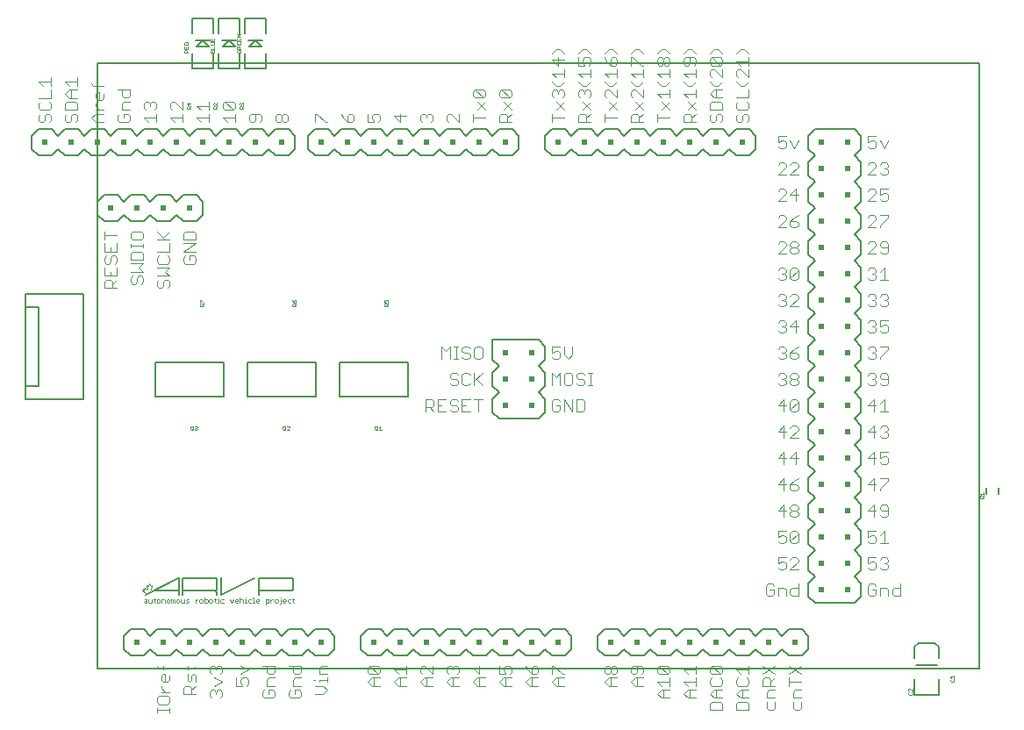
<source format=gto>
G75*
%MOIN*%
%OFA0B0*%
%FSLAX25Y25*%
%IPPOS*%
%LPD*%
%AMOC8*
5,1,8,0,0,1.08239X$1,22.5*
%
%ADD10C,0.00800*%
%ADD11C,0.00100*%
%ADD12C,0.00500*%
%ADD13C,0.00600*%
%ADD14C,0.00400*%
%ADD15R,0.02000X0.02000*%
%ADD16C,0.00300*%
%ADD17C,0.00200*%
D10*
X0053100Y0122783D02*
X0078900Y0122783D01*
X0078900Y0135783D01*
X0053100Y0135783D01*
X0053100Y0122783D01*
X0088100Y0122783D02*
X0113900Y0122783D01*
X0113900Y0135783D01*
X0088100Y0135783D01*
X0088100Y0122783D01*
X0123100Y0122783D02*
X0148900Y0122783D01*
X0148900Y0135783D01*
X0123100Y0135783D01*
X0123100Y0122783D01*
X0094937Y0247335D02*
X0087063Y0247335D01*
X0087063Y0252846D01*
X0084937Y0252846D02*
X0084937Y0247335D01*
X0077063Y0247335D01*
X0077063Y0252846D01*
X0074937Y0252846D02*
X0074937Y0247335D01*
X0067063Y0247335D01*
X0067063Y0252846D01*
X0068638Y0255602D02*
X0073362Y0255602D01*
X0071000Y0257965D01*
X0068638Y0255602D01*
X0068244Y0257965D02*
X0071000Y0257965D01*
X0073756Y0257965D01*
X0074937Y0260720D02*
X0074937Y0266232D01*
X0067063Y0266232D01*
X0067063Y0260720D01*
X0077063Y0260720D02*
X0077063Y0266232D01*
X0084937Y0266232D01*
X0084937Y0260720D01*
X0087063Y0260720D02*
X0087063Y0266232D01*
X0094937Y0266232D01*
X0094937Y0260720D01*
X0093756Y0257965D02*
X0091000Y0257965D01*
X0093362Y0255602D01*
X0088638Y0255602D01*
X0091000Y0257965D01*
X0088244Y0257965D01*
X0083756Y0257965D02*
X0081000Y0257965D01*
X0083362Y0255602D01*
X0078638Y0255602D01*
X0081000Y0257965D01*
X0078244Y0257965D01*
X0094937Y0252846D02*
X0094937Y0247335D01*
X0341276Y0027551D02*
X0341276Y0023220D01*
X0341276Y0027551D02*
X0342850Y0029126D01*
X0349150Y0029126D01*
X0350724Y0027551D01*
X0350724Y0023220D01*
X0350724Y0015346D02*
X0350724Y0009441D01*
X0341276Y0009441D01*
X0341276Y0015346D01*
D11*
X0340513Y0011808D02*
X0340513Y0010807D01*
X0339512Y0011808D01*
X0339262Y0011808D01*
X0339012Y0011557D01*
X0339012Y0011057D01*
X0339262Y0010807D01*
X0339262Y0010334D02*
X0339012Y0010084D01*
X0339012Y0009584D01*
X0339262Y0009333D01*
X0340263Y0009333D01*
X0340513Y0009584D01*
X0340513Y0010084D01*
X0340263Y0010334D01*
X0354949Y0014584D02*
X0355199Y0014333D01*
X0356200Y0014333D01*
X0356450Y0014584D01*
X0356450Y0015084D01*
X0356200Y0015334D01*
X0356450Y0015807D02*
X0356450Y0016808D01*
X0356450Y0016307D02*
X0354949Y0016307D01*
X0355449Y0015807D01*
X0355199Y0015334D02*
X0354949Y0015084D01*
X0354949Y0014584D01*
X0366199Y0083833D02*
X0366199Y0084584D01*
X0366449Y0084834D01*
X0366949Y0084834D01*
X0367200Y0084584D01*
X0367200Y0083833D01*
X0367700Y0083833D02*
X0366199Y0083833D01*
X0367200Y0084334D02*
X0367700Y0084834D01*
X0367700Y0085307D02*
X0367700Y0086308D01*
X0367700Y0085807D02*
X0366199Y0085807D01*
X0366699Y0085307D01*
X0141450Y0156833D02*
X0139949Y0156833D01*
X0139949Y0157584D01*
X0140199Y0157834D01*
X0140699Y0157834D01*
X0140950Y0157584D01*
X0140950Y0156833D01*
X0140950Y0157334D02*
X0141450Y0157834D01*
X0141200Y0158307D02*
X0141450Y0158557D01*
X0141450Y0159057D01*
X0141200Y0159308D01*
X0140699Y0159308D01*
X0140449Y0159057D01*
X0140449Y0158807D01*
X0140699Y0158307D01*
X0139949Y0158307D01*
X0139949Y0159308D01*
X0106450Y0159057D02*
X0106200Y0159308D01*
X0105950Y0159308D01*
X0105699Y0159057D01*
X0105699Y0158307D01*
X0106200Y0158307D01*
X0106450Y0158557D01*
X0106450Y0159057D01*
X0105699Y0158307D02*
X0105199Y0158807D01*
X0104949Y0159308D01*
X0105199Y0157834D02*
X0105699Y0157834D01*
X0105950Y0157584D01*
X0105950Y0156833D01*
X0106450Y0156833D02*
X0104949Y0156833D01*
X0104949Y0157584D01*
X0105199Y0157834D01*
X0105950Y0157334D02*
X0106450Y0157834D01*
X0071450Y0157834D02*
X0070950Y0157334D01*
X0070950Y0157584D02*
X0070950Y0156833D01*
X0071450Y0156833D02*
X0069949Y0156833D01*
X0069949Y0157584D01*
X0070199Y0157834D01*
X0070699Y0157834D01*
X0070950Y0157584D01*
X0071200Y0158307D02*
X0071450Y0158307D01*
X0071200Y0158307D02*
X0070199Y0159308D01*
X0069949Y0159308D01*
X0069949Y0158307D01*
X0068577Y0111485D02*
X0068077Y0111485D01*
X0067827Y0111235D01*
X0067354Y0111235D02*
X0067354Y0110234D01*
X0067104Y0109983D01*
X0066604Y0109983D01*
X0066353Y0110234D01*
X0066353Y0111235D01*
X0066604Y0111485D01*
X0067104Y0111485D01*
X0067354Y0111235D01*
X0066854Y0110484D02*
X0067354Y0109983D01*
X0067827Y0110234D02*
X0068077Y0109983D01*
X0068577Y0109983D01*
X0068828Y0110234D01*
X0068828Y0110484D01*
X0068577Y0110734D01*
X0068327Y0110734D01*
X0068577Y0110734D02*
X0068828Y0110984D01*
X0068828Y0111235D01*
X0068577Y0111485D01*
X0101353Y0111235D02*
X0101604Y0111485D01*
X0102104Y0111485D01*
X0102354Y0111235D01*
X0102354Y0110234D01*
X0102104Y0109983D01*
X0101604Y0109983D01*
X0101353Y0110234D01*
X0101353Y0111235D01*
X0101854Y0110484D02*
X0102354Y0109983D01*
X0102827Y0109983D02*
X0103828Y0110984D01*
X0103828Y0111235D01*
X0103577Y0111485D01*
X0103077Y0111485D01*
X0102827Y0111235D01*
X0102827Y0109983D02*
X0103828Y0109983D01*
X0136353Y0110234D02*
X0136604Y0109983D01*
X0137104Y0109983D01*
X0137354Y0110234D01*
X0137354Y0111235D01*
X0137104Y0111485D01*
X0136604Y0111485D01*
X0136353Y0111235D01*
X0136353Y0110234D01*
X0136854Y0110484D02*
X0137354Y0109983D01*
X0137827Y0109983D02*
X0138828Y0109983D01*
X0138327Y0109983D02*
X0138327Y0111485D01*
X0137827Y0110984D01*
X0086450Y0231833D02*
X0084949Y0231833D01*
X0084949Y0232584D01*
X0085199Y0232834D01*
X0085699Y0232834D01*
X0085950Y0232584D01*
X0085950Y0231833D01*
X0085950Y0232334D02*
X0086450Y0232834D01*
X0086200Y0233307D02*
X0086450Y0233557D01*
X0086450Y0234057D01*
X0086200Y0234308D01*
X0085950Y0234308D01*
X0085699Y0234057D01*
X0085699Y0233807D01*
X0085699Y0234057D02*
X0085449Y0234308D01*
X0085199Y0234308D01*
X0084949Y0234057D01*
X0084949Y0233557D01*
X0085199Y0233307D01*
X0076450Y0233307D02*
X0075449Y0234308D01*
X0075199Y0234308D01*
X0074949Y0234057D01*
X0074949Y0233557D01*
X0075199Y0233307D01*
X0075199Y0232834D02*
X0075699Y0232834D01*
X0075950Y0232584D01*
X0075950Y0231833D01*
X0076450Y0231833D02*
X0074949Y0231833D01*
X0074949Y0232584D01*
X0075199Y0232834D01*
X0075950Y0232334D02*
X0076450Y0232834D01*
X0076450Y0233307D02*
X0076450Y0234308D01*
X0066450Y0234057D02*
X0064949Y0234057D01*
X0065699Y0233307D01*
X0065699Y0234308D01*
X0065699Y0232834D02*
X0065950Y0232584D01*
X0065950Y0231833D01*
X0066450Y0231833D02*
X0064949Y0231833D01*
X0064949Y0232584D01*
X0065199Y0232834D01*
X0065699Y0232834D01*
X0065950Y0232334D02*
X0066450Y0232834D01*
X0065450Y0253333D02*
X0063949Y0253333D01*
X0063949Y0254084D01*
X0064199Y0254334D01*
X0064699Y0254334D01*
X0064950Y0254084D01*
X0064950Y0253333D01*
X0064950Y0253834D02*
X0065450Y0254334D01*
X0065450Y0254807D02*
X0065450Y0255808D01*
X0065450Y0256280D02*
X0063949Y0256280D01*
X0063949Y0257031D01*
X0064199Y0257281D01*
X0065200Y0257281D01*
X0065450Y0257031D01*
X0065450Y0256280D01*
X0064699Y0255307D02*
X0064699Y0254807D01*
X0063949Y0254807D02*
X0065450Y0254807D01*
X0063949Y0254807D02*
X0063949Y0255808D01*
X0073949Y0256280D02*
X0075200Y0256280D01*
X0075450Y0256530D01*
X0075450Y0257031D01*
X0075200Y0257281D01*
X0073949Y0257281D01*
X0073949Y0257753D02*
X0075450Y0257753D01*
X0075450Y0258754D01*
X0074699Y0258254D02*
X0074699Y0257753D01*
X0073949Y0257753D02*
X0073949Y0258754D01*
X0075450Y0255808D02*
X0075450Y0254807D01*
X0073949Y0254807D01*
X0074199Y0254334D02*
X0074449Y0254334D01*
X0074699Y0254084D01*
X0074699Y0253333D01*
X0073949Y0253333D02*
X0073949Y0254084D01*
X0074199Y0254334D01*
X0074699Y0254084D02*
X0074950Y0254334D01*
X0075200Y0254334D01*
X0075450Y0254084D01*
X0075450Y0253333D01*
X0073949Y0253333D01*
X0083949Y0253584D02*
X0084199Y0253333D01*
X0085200Y0253333D01*
X0085450Y0253584D01*
X0085450Y0254084D01*
X0085200Y0254334D01*
X0084699Y0254334D01*
X0084699Y0253834D01*
X0084199Y0254334D02*
X0083949Y0254084D01*
X0083949Y0253584D01*
X0083949Y0254807D02*
X0083949Y0255557D01*
X0084199Y0255808D01*
X0084699Y0255808D01*
X0084950Y0255557D01*
X0084950Y0254807D01*
X0085450Y0254807D02*
X0083949Y0254807D01*
X0084950Y0255307D02*
X0085450Y0255808D01*
X0085450Y0256280D02*
X0085450Y0257281D01*
X0085450Y0257753D02*
X0085450Y0258754D01*
X0085450Y0259227D02*
X0083949Y0259227D01*
X0085450Y0260227D01*
X0083949Y0260227D01*
X0083949Y0258754D02*
X0083949Y0257753D01*
X0085450Y0257753D01*
X0084699Y0257753D02*
X0084699Y0258254D01*
X0083949Y0257281D02*
X0083949Y0256280D01*
X0085450Y0256280D01*
X0084699Y0256280D02*
X0084699Y0256780D01*
D12*
X0031000Y0019283D02*
X0366000Y0019283D01*
X0366000Y0249283D01*
X0031000Y0249283D01*
X0031000Y0019283D01*
X0041000Y0026783D02*
X0043500Y0024283D01*
X0048500Y0024283D01*
X0051000Y0026783D01*
X0053500Y0024283D01*
X0058500Y0024283D01*
X0061000Y0026783D01*
X0063500Y0024283D01*
X0068500Y0024283D01*
X0071000Y0026783D01*
X0073500Y0024283D01*
X0078500Y0024283D01*
X0081000Y0026783D01*
X0083500Y0024283D01*
X0088500Y0024283D01*
X0091000Y0026783D01*
X0093500Y0024283D01*
X0098500Y0024283D01*
X0101000Y0026783D01*
X0103500Y0024283D01*
X0108500Y0024283D01*
X0111000Y0026783D01*
X0113500Y0024283D01*
X0118500Y0024283D01*
X0121000Y0026783D01*
X0121000Y0031783D01*
X0118500Y0034283D01*
X0113500Y0034283D01*
X0111000Y0031783D01*
X0108500Y0034283D01*
X0103500Y0034283D01*
X0101000Y0031783D01*
X0098500Y0034283D01*
X0093500Y0034283D01*
X0091000Y0031783D01*
X0088500Y0034283D01*
X0083500Y0034283D01*
X0081000Y0031783D01*
X0078500Y0034283D01*
X0073500Y0034283D01*
X0071000Y0031783D01*
X0068500Y0034283D01*
X0063500Y0034283D01*
X0061000Y0031783D01*
X0058500Y0034283D01*
X0053500Y0034283D01*
X0051000Y0031783D01*
X0048500Y0034283D01*
X0043500Y0034283D01*
X0041000Y0031783D01*
X0041000Y0026783D01*
X0049400Y0047183D02*
X0061700Y0053783D01*
X0061900Y0053883D02*
X0061900Y0047183D01*
X0063200Y0047183D02*
X0063200Y0049083D01*
X0075500Y0049083D01*
X0075600Y0049083D01*
X0075700Y0049084D02*
X0075750Y0049093D01*
X0075799Y0049105D01*
X0075847Y0049121D01*
X0075893Y0049140D01*
X0075938Y0049162D01*
X0075982Y0049188D01*
X0076023Y0049217D01*
X0076062Y0049249D01*
X0076099Y0049283D01*
X0076133Y0049320D01*
X0076165Y0049359D01*
X0076193Y0049401D01*
X0076218Y0049445D01*
X0076240Y0049490D01*
X0076259Y0049537D01*
X0076274Y0049585D01*
X0076286Y0049634D01*
X0076294Y0049683D01*
X0076299Y0049733D01*
X0076300Y0049784D01*
X0076300Y0049783D02*
X0076300Y0049683D01*
X0076300Y0049783D02*
X0076300Y0053183D01*
X0076291Y0053233D01*
X0076279Y0053282D01*
X0076263Y0053330D01*
X0076244Y0053376D01*
X0076222Y0053421D01*
X0076196Y0053465D01*
X0076167Y0053506D01*
X0076135Y0053545D01*
X0076101Y0053582D01*
X0076064Y0053616D01*
X0076025Y0053648D01*
X0075983Y0053676D01*
X0075939Y0053701D01*
X0075894Y0053723D01*
X0075847Y0053742D01*
X0075799Y0053757D01*
X0075750Y0053769D01*
X0075701Y0053777D01*
X0075651Y0053782D01*
X0075600Y0053783D01*
X0063200Y0053783D01*
X0063200Y0049083D01*
X0061700Y0049083D02*
X0053000Y0049083D01*
X0075500Y0049084D02*
X0075550Y0049083D01*
X0075600Y0049078D01*
X0075650Y0049070D01*
X0075699Y0049059D01*
X0075747Y0049043D01*
X0075794Y0049024D01*
X0075839Y0049002D01*
X0075883Y0048977D01*
X0075925Y0048949D01*
X0075964Y0048917D01*
X0076001Y0048883D01*
X0076036Y0048846D01*
X0076067Y0048807D01*
X0076096Y0048766D01*
X0076122Y0048722D01*
X0076144Y0048677D01*
X0076163Y0048630D01*
X0076179Y0048583D01*
X0076191Y0048534D01*
X0076200Y0048484D01*
X0076200Y0048583D02*
X0076200Y0047183D01*
X0077900Y0047383D02*
X0090700Y0053783D01*
X0092200Y0053783D02*
X0104600Y0053783D01*
X0104651Y0053782D01*
X0104701Y0053777D01*
X0104750Y0053769D01*
X0104799Y0053757D01*
X0104847Y0053742D01*
X0104894Y0053723D01*
X0104939Y0053701D01*
X0104983Y0053676D01*
X0105025Y0053648D01*
X0105064Y0053616D01*
X0105101Y0053582D01*
X0105135Y0053545D01*
X0105167Y0053506D01*
X0105196Y0053465D01*
X0105222Y0053421D01*
X0105244Y0053376D01*
X0105263Y0053330D01*
X0105279Y0053282D01*
X0105291Y0053233D01*
X0105300Y0053183D01*
X0105300Y0049783D01*
X0105300Y0049683D01*
X0105300Y0049784D02*
X0105299Y0049733D01*
X0105294Y0049683D01*
X0105286Y0049634D01*
X0105274Y0049585D01*
X0105259Y0049537D01*
X0105240Y0049490D01*
X0105218Y0049445D01*
X0105193Y0049401D01*
X0105165Y0049359D01*
X0105133Y0049320D01*
X0105099Y0049283D01*
X0105062Y0049249D01*
X0105023Y0049217D01*
X0104982Y0049188D01*
X0104938Y0049162D01*
X0104893Y0049140D01*
X0104847Y0049121D01*
X0104799Y0049105D01*
X0104750Y0049093D01*
X0104700Y0049084D01*
X0104600Y0049083D02*
X0092200Y0049083D01*
X0092200Y0047183D01*
X0092200Y0049083D02*
X0092200Y0053783D01*
X0077900Y0053883D02*
X0077900Y0047383D01*
X0131000Y0031783D02*
X0131000Y0026783D01*
X0133500Y0024283D01*
X0138500Y0024283D01*
X0141000Y0026783D01*
X0143500Y0024283D01*
X0148500Y0024283D01*
X0151000Y0026783D01*
X0153500Y0024283D01*
X0158500Y0024283D01*
X0161000Y0026783D01*
X0163500Y0024283D01*
X0168500Y0024283D01*
X0171000Y0026783D01*
X0173500Y0024283D01*
X0178500Y0024283D01*
X0181000Y0026783D01*
X0183500Y0024283D01*
X0188500Y0024283D01*
X0191000Y0026783D01*
X0193500Y0024283D01*
X0198500Y0024283D01*
X0201000Y0026783D01*
X0203500Y0024283D01*
X0208500Y0024283D01*
X0211000Y0026783D01*
X0211000Y0031783D01*
X0208500Y0034283D01*
X0203500Y0034283D01*
X0201000Y0031783D01*
X0198500Y0034283D01*
X0193500Y0034283D01*
X0191000Y0031783D01*
X0188500Y0034283D01*
X0183500Y0034283D01*
X0181000Y0031783D01*
X0178500Y0034283D01*
X0173500Y0034283D01*
X0171000Y0031783D01*
X0168500Y0034283D01*
X0163500Y0034283D01*
X0161000Y0031783D01*
X0158500Y0034283D01*
X0153500Y0034283D01*
X0151000Y0031783D01*
X0148500Y0034283D01*
X0143500Y0034283D01*
X0141000Y0031783D01*
X0138500Y0034283D01*
X0133500Y0034283D01*
X0131000Y0031783D01*
X0221000Y0031783D02*
X0221000Y0026783D01*
X0223500Y0024283D01*
X0228500Y0024283D01*
X0231000Y0026783D01*
X0233500Y0024283D01*
X0238500Y0024283D01*
X0241000Y0026783D01*
X0243500Y0024283D01*
X0248500Y0024283D01*
X0251000Y0026783D01*
X0253500Y0024283D01*
X0258500Y0024283D01*
X0261000Y0026783D01*
X0263500Y0024283D01*
X0268500Y0024283D01*
X0271000Y0026783D01*
X0273500Y0024283D01*
X0278500Y0024283D01*
X0281000Y0026783D01*
X0283500Y0024283D01*
X0288500Y0024283D01*
X0291000Y0026783D01*
X0293500Y0024283D01*
X0298500Y0024283D01*
X0301000Y0026783D01*
X0301000Y0031783D01*
X0298500Y0034283D01*
X0293500Y0034283D01*
X0291000Y0031783D01*
X0288500Y0034283D01*
X0283500Y0034283D01*
X0281000Y0031783D01*
X0278500Y0034283D01*
X0273500Y0034283D01*
X0271000Y0031783D01*
X0268500Y0034283D01*
X0263500Y0034283D01*
X0261000Y0031783D01*
X0258500Y0034283D01*
X0253500Y0034283D01*
X0251000Y0031783D01*
X0248500Y0034283D01*
X0243500Y0034283D01*
X0241000Y0031783D01*
X0238500Y0034283D01*
X0233500Y0034283D01*
X0231000Y0031783D01*
X0228500Y0034283D01*
X0223500Y0034283D01*
X0221000Y0031783D01*
X0301000Y0046783D02*
X0303500Y0044283D01*
X0318500Y0044283D01*
X0321000Y0046783D01*
X0321000Y0051783D01*
X0318500Y0054283D01*
X0321000Y0056783D01*
X0321000Y0061783D01*
X0318500Y0064283D01*
X0321000Y0066783D01*
X0321000Y0071783D01*
X0318500Y0074283D01*
X0321000Y0076783D01*
X0321000Y0081783D01*
X0318500Y0084283D01*
X0321000Y0086783D01*
X0321000Y0091783D01*
X0318500Y0094283D01*
X0321000Y0096783D01*
X0321000Y0101783D01*
X0318500Y0104283D01*
X0321000Y0106783D01*
X0321000Y0111783D01*
X0318500Y0114283D01*
X0321000Y0116783D01*
X0321000Y0121783D01*
X0318500Y0124283D01*
X0321000Y0126783D01*
X0321000Y0131783D01*
X0318500Y0134283D01*
X0321000Y0136783D01*
X0321000Y0141783D01*
X0318500Y0144283D01*
X0321000Y0146783D01*
X0321000Y0151783D01*
X0318500Y0154283D01*
X0321000Y0156783D01*
X0321000Y0161783D01*
X0318500Y0164283D01*
X0321000Y0166783D01*
X0321000Y0171783D01*
X0318500Y0174283D01*
X0321000Y0176783D01*
X0321000Y0181783D01*
X0318500Y0184283D01*
X0321000Y0186783D01*
X0321000Y0191783D01*
X0318500Y0194283D01*
X0321000Y0196783D01*
X0321000Y0201783D01*
X0318500Y0204283D01*
X0321000Y0206783D01*
X0321000Y0211783D01*
X0318500Y0214283D01*
X0321000Y0216783D01*
X0321000Y0221783D01*
X0318500Y0224283D01*
X0303500Y0224283D01*
X0301000Y0221783D01*
X0301000Y0216783D01*
X0303500Y0214283D01*
X0301000Y0211783D01*
X0301000Y0206783D01*
X0303500Y0204283D01*
X0301000Y0201783D01*
X0301000Y0196783D01*
X0303500Y0194283D01*
X0301000Y0191783D01*
X0301000Y0186783D01*
X0303500Y0184283D01*
X0301000Y0181783D01*
X0301000Y0176783D01*
X0303500Y0174283D01*
X0301000Y0171783D01*
X0301000Y0166783D01*
X0303500Y0164283D01*
X0301000Y0161783D01*
X0301000Y0156783D01*
X0303500Y0154283D01*
X0301000Y0151783D01*
X0301000Y0146783D01*
X0303500Y0144283D01*
X0301000Y0141783D01*
X0301000Y0136783D01*
X0303500Y0134283D01*
X0301000Y0131783D01*
X0301000Y0126783D01*
X0303500Y0124283D01*
X0301000Y0121783D01*
X0301000Y0116783D01*
X0303500Y0114283D01*
X0301000Y0111783D01*
X0301000Y0106783D01*
X0303500Y0104283D01*
X0301000Y0101783D01*
X0301000Y0096783D01*
X0303500Y0094283D01*
X0301000Y0091783D01*
X0301000Y0086783D01*
X0303500Y0084283D01*
X0301000Y0081783D01*
X0301000Y0076783D01*
X0303500Y0074283D01*
X0301000Y0071783D01*
X0301000Y0066783D01*
X0303500Y0064283D01*
X0301000Y0061783D01*
X0301000Y0056783D01*
X0303500Y0054283D01*
X0301000Y0051783D01*
X0301000Y0046783D01*
X0342000Y0020783D02*
X0350000Y0020783D01*
X0201000Y0116783D02*
X0198500Y0114283D01*
X0183500Y0114283D01*
X0181000Y0116783D01*
X0181000Y0121783D01*
X0183500Y0124283D01*
X0181000Y0126783D01*
X0181000Y0131783D01*
X0183500Y0134283D01*
X0181000Y0136783D01*
X0181000Y0144283D01*
X0198500Y0144283D01*
X0201000Y0141783D01*
X0201000Y0136783D01*
X0198500Y0134283D01*
X0201000Y0131783D01*
X0201000Y0126783D01*
X0198500Y0124283D01*
X0201000Y0121783D01*
X0201000Y0116783D01*
X0071000Y0191783D02*
X0071000Y0196783D01*
X0068500Y0199283D01*
X0063500Y0199283D01*
X0061000Y0196783D01*
X0058500Y0199283D01*
X0053500Y0199283D01*
X0051000Y0196783D01*
X0048500Y0199283D01*
X0043500Y0199283D01*
X0041000Y0196783D01*
X0038500Y0199283D01*
X0033500Y0199283D01*
X0031000Y0196783D01*
X0031000Y0191783D01*
X0033500Y0189283D01*
X0038500Y0189283D01*
X0041000Y0191783D01*
X0043500Y0189283D01*
X0048500Y0189283D01*
X0051000Y0191783D01*
X0053500Y0189283D01*
X0058500Y0189283D01*
X0061000Y0191783D01*
X0063500Y0189283D01*
X0068500Y0189283D01*
X0071000Y0191783D01*
X0068500Y0214283D02*
X0066000Y0216783D01*
X0063500Y0214283D01*
X0058500Y0214283D01*
X0056000Y0216783D01*
X0053500Y0214283D01*
X0048500Y0214283D01*
X0046000Y0216783D01*
X0043500Y0214283D01*
X0038500Y0214283D01*
X0036000Y0216783D01*
X0033500Y0214283D01*
X0028500Y0214283D01*
X0026000Y0216783D01*
X0023500Y0214283D01*
X0018500Y0214283D01*
X0016000Y0216783D01*
X0013500Y0214283D01*
X0008500Y0214283D01*
X0006000Y0216783D01*
X0006000Y0221783D01*
X0008500Y0224283D01*
X0013500Y0224283D01*
X0016000Y0221783D01*
X0018500Y0224283D01*
X0023500Y0224283D01*
X0026000Y0221783D01*
X0028500Y0224283D01*
X0033500Y0224283D01*
X0036000Y0221783D01*
X0038500Y0224283D01*
X0043500Y0224283D01*
X0046000Y0221783D01*
X0048500Y0224283D01*
X0053500Y0224283D01*
X0056000Y0221783D01*
X0058500Y0224283D01*
X0063500Y0224283D01*
X0066000Y0221783D01*
X0068500Y0224283D01*
X0073500Y0224283D01*
X0076000Y0221783D01*
X0078500Y0224283D01*
X0083500Y0224283D01*
X0086000Y0221783D01*
X0088500Y0224283D01*
X0093500Y0224283D01*
X0096000Y0221783D01*
X0098500Y0224283D01*
X0103500Y0224283D01*
X0106000Y0221783D01*
X0106000Y0216783D01*
X0103500Y0214283D01*
X0098500Y0214283D01*
X0096000Y0216783D01*
X0093500Y0214283D01*
X0088500Y0214283D01*
X0086000Y0216783D01*
X0083500Y0214283D01*
X0078500Y0214283D01*
X0076000Y0216783D01*
X0073500Y0214283D01*
X0068500Y0214283D01*
X0111000Y0216783D02*
X0113500Y0214283D01*
X0118500Y0214283D01*
X0121000Y0216783D01*
X0123500Y0214283D01*
X0128500Y0214283D01*
X0131000Y0216783D01*
X0133500Y0214283D01*
X0138500Y0214283D01*
X0141000Y0216783D01*
X0143500Y0214283D01*
X0148500Y0214283D01*
X0151000Y0216783D01*
X0153500Y0214283D01*
X0158500Y0214283D01*
X0161000Y0216783D01*
X0163500Y0214283D01*
X0168500Y0214283D01*
X0171000Y0216783D01*
X0173500Y0214283D01*
X0178500Y0214283D01*
X0181000Y0216783D01*
X0183500Y0214283D01*
X0188500Y0214283D01*
X0191000Y0216783D01*
X0191000Y0221783D01*
X0188500Y0224283D01*
X0183500Y0224283D01*
X0181000Y0221783D01*
X0178500Y0224283D01*
X0173500Y0224283D01*
X0171000Y0221783D01*
X0168500Y0224283D01*
X0163500Y0224283D01*
X0161000Y0221783D01*
X0158500Y0224283D01*
X0153500Y0224283D01*
X0151000Y0221783D01*
X0148500Y0224283D01*
X0143500Y0224283D01*
X0141000Y0221783D01*
X0138500Y0224283D01*
X0133500Y0224283D01*
X0131000Y0221783D01*
X0128500Y0224283D01*
X0123500Y0224283D01*
X0121000Y0221783D01*
X0118500Y0224283D01*
X0113500Y0224283D01*
X0111000Y0221783D01*
X0111000Y0216783D01*
X0201000Y0216783D02*
X0203500Y0214283D01*
X0208500Y0214283D01*
X0211000Y0216783D01*
X0213500Y0214283D01*
X0218500Y0214283D01*
X0221000Y0216783D01*
X0223500Y0214283D01*
X0228500Y0214283D01*
X0231000Y0216783D01*
X0233500Y0214283D01*
X0238500Y0214283D01*
X0241000Y0216783D01*
X0243500Y0214283D01*
X0248500Y0214283D01*
X0251000Y0216783D01*
X0253500Y0214283D01*
X0258500Y0214283D01*
X0261000Y0216783D01*
X0263500Y0214283D01*
X0268500Y0214283D01*
X0271000Y0216783D01*
X0273500Y0214283D01*
X0278500Y0214283D01*
X0281000Y0216783D01*
X0281000Y0221783D01*
X0278500Y0224283D01*
X0273500Y0224283D01*
X0271000Y0221783D01*
X0268500Y0224283D01*
X0263500Y0224283D01*
X0261000Y0221783D01*
X0258500Y0224283D01*
X0253500Y0224283D01*
X0251000Y0221783D01*
X0248500Y0224283D01*
X0243500Y0224283D01*
X0241000Y0221783D01*
X0238500Y0224283D01*
X0233500Y0224283D01*
X0231000Y0221783D01*
X0228500Y0224283D01*
X0223500Y0224283D01*
X0221000Y0221783D01*
X0218500Y0224283D01*
X0213500Y0224283D01*
X0211000Y0221783D01*
X0208500Y0224283D01*
X0203500Y0224283D01*
X0201000Y0221783D01*
X0201000Y0216783D01*
X0025500Y0161783D02*
X0025500Y0121783D01*
X0003500Y0121783D01*
X0003500Y0126783D01*
X0008500Y0126783D01*
X0008500Y0156783D01*
X0003500Y0156783D01*
X0003500Y0161783D01*
X0025500Y0161783D01*
X0003500Y0156783D02*
X0003500Y0126783D01*
D13*
X0368638Y0087965D02*
X0368638Y0085602D01*
X0373362Y0085602D02*
X0373362Y0087965D01*
D14*
X0331373Y0090820D02*
X0328304Y0087751D01*
X0328304Y0086983D01*
X0326002Y0086983D02*
X0326002Y0091587D01*
X0323700Y0089285D01*
X0326769Y0089285D01*
X0328304Y0091587D02*
X0331373Y0091587D01*
X0331373Y0090820D01*
X0330606Y0096983D02*
X0329071Y0096983D01*
X0328304Y0097751D01*
X0328304Y0099285D02*
X0329839Y0100053D01*
X0330606Y0100053D01*
X0331373Y0099285D01*
X0331373Y0097751D01*
X0330606Y0096983D01*
X0328304Y0099285D02*
X0328304Y0101587D01*
X0331373Y0101587D01*
X0326769Y0099285D02*
X0323700Y0099285D01*
X0326002Y0101587D01*
X0326002Y0096983D01*
X0326002Y0106983D02*
X0326002Y0111587D01*
X0323700Y0109285D01*
X0326769Y0109285D01*
X0328304Y0107751D02*
X0329071Y0106983D01*
X0330606Y0106983D01*
X0331373Y0107751D01*
X0331373Y0108518D01*
X0330606Y0109285D01*
X0329839Y0109285D01*
X0330606Y0109285D02*
X0331373Y0110053D01*
X0331373Y0110820D01*
X0330606Y0111587D01*
X0329071Y0111587D01*
X0328304Y0110820D01*
X0328304Y0116983D02*
X0331373Y0116983D01*
X0329839Y0116983D02*
X0329839Y0121587D01*
X0328304Y0120053D01*
X0326769Y0119285D02*
X0323700Y0119285D01*
X0326002Y0121587D01*
X0326002Y0116983D01*
X0326002Y0126983D02*
X0324467Y0126983D01*
X0323700Y0127751D01*
X0325235Y0129285D02*
X0326002Y0129285D01*
X0326769Y0128518D01*
X0326769Y0127751D01*
X0326002Y0126983D01*
X0326002Y0129285D02*
X0326769Y0130053D01*
X0326769Y0130820D01*
X0326002Y0131587D01*
X0324467Y0131587D01*
X0323700Y0130820D01*
X0328304Y0130820D02*
X0328304Y0130053D01*
X0329071Y0129285D01*
X0331373Y0129285D01*
X0331373Y0127751D02*
X0331373Y0130820D01*
X0330606Y0131587D01*
X0329071Y0131587D01*
X0328304Y0130820D01*
X0328304Y0127751D02*
X0329071Y0126983D01*
X0330606Y0126983D01*
X0331373Y0127751D01*
X0328304Y0136983D02*
X0328304Y0137751D01*
X0331373Y0140820D01*
X0331373Y0141587D01*
X0328304Y0141587D01*
X0326769Y0140820D02*
X0326769Y0140053D01*
X0326002Y0139285D01*
X0326769Y0138518D01*
X0326769Y0137751D01*
X0326002Y0136983D01*
X0324467Y0136983D01*
X0323700Y0137751D01*
X0325235Y0139285D02*
X0326002Y0139285D01*
X0326769Y0140820D02*
X0326002Y0141587D01*
X0324467Y0141587D01*
X0323700Y0140820D01*
X0324467Y0146983D02*
X0323700Y0147751D01*
X0324467Y0146983D02*
X0326002Y0146983D01*
X0326769Y0147751D01*
X0326769Y0148518D01*
X0326002Y0149285D01*
X0325235Y0149285D01*
X0326002Y0149285D02*
X0326769Y0150053D01*
X0326769Y0150820D01*
X0326002Y0151587D01*
X0324467Y0151587D01*
X0323700Y0150820D01*
X0328304Y0151587D02*
X0328304Y0149285D01*
X0329839Y0150053D01*
X0330606Y0150053D01*
X0331373Y0149285D01*
X0331373Y0147751D01*
X0330606Y0146983D01*
X0329071Y0146983D01*
X0328304Y0147751D01*
X0328304Y0151587D02*
X0331373Y0151587D01*
X0330606Y0156983D02*
X0329071Y0156983D01*
X0328304Y0157751D01*
X0326769Y0157751D02*
X0326002Y0156983D01*
X0324467Y0156983D01*
X0323700Y0157751D01*
X0325235Y0159285D02*
X0326002Y0159285D01*
X0326769Y0158518D01*
X0326769Y0157751D01*
X0326002Y0159285D02*
X0326769Y0160053D01*
X0326769Y0160820D01*
X0326002Y0161587D01*
X0324467Y0161587D01*
X0323700Y0160820D01*
X0328304Y0160820D02*
X0329071Y0161587D01*
X0330606Y0161587D01*
X0331373Y0160820D01*
X0331373Y0160053D01*
X0330606Y0159285D01*
X0331373Y0158518D01*
X0331373Y0157751D01*
X0330606Y0156983D01*
X0330606Y0159285D02*
X0329839Y0159285D01*
X0329839Y0166983D02*
X0329839Y0171587D01*
X0328304Y0170053D01*
X0326769Y0170053D02*
X0326769Y0170820D01*
X0326002Y0171587D01*
X0324467Y0171587D01*
X0323700Y0170820D01*
X0325235Y0169285D02*
X0326002Y0169285D01*
X0326769Y0168518D01*
X0326769Y0167751D01*
X0326002Y0166983D01*
X0324467Y0166983D01*
X0323700Y0167751D01*
X0326002Y0169285D02*
X0326769Y0170053D01*
X0328304Y0166983D02*
X0331373Y0166983D01*
X0330606Y0176983D02*
X0331373Y0177751D01*
X0331373Y0180820D01*
X0330606Y0181587D01*
X0329071Y0181587D01*
X0328304Y0180820D01*
X0328304Y0180053D01*
X0329071Y0179285D01*
X0331373Y0179285D01*
X0330606Y0176983D02*
X0329071Y0176983D01*
X0328304Y0177751D01*
X0326769Y0176983D02*
X0323700Y0176983D01*
X0326769Y0180053D01*
X0326769Y0180820D01*
X0326002Y0181587D01*
X0324467Y0181587D01*
X0323700Y0180820D01*
X0323700Y0186983D02*
X0326769Y0190053D01*
X0326769Y0190820D01*
X0326002Y0191587D01*
X0324467Y0191587D01*
X0323700Y0190820D01*
X0328304Y0191587D02*
X0331373Y0191587D01*
X0331373Y0190820D01*
X0328304Y0187751D01*
X0328304Y0186983D01*
X0326769Y0186983D02*
X0323700Y0186983D01*
X0323700Y0196983D02*
X0326769Y0200053D01*
X0326769Y0200820D01*
X0326002Y0201587D01*
X0324467Y0201587D01*
X0323700Y0200820D01*
X0323700Y0196983D02*
X0326769Y0196983D01*
X0328304Y0197751D02*
X0329071Y0196983D01*
X0330606Y0196983D01*
X0331373Y0197751D01*
X0331373Y0199285D01*
X0330606Y0200053D01*
X0329839Y0200053D01*
X0328304Y0199285D01*
X0328304Y0201587D01*
X0331373Y0201587D01*
X0330606Y0206983D02*
X0329071Y0206983D01*
X0328304Y0207751D01*
X0326769Y0206983D02*
X0323700Y0206983D01*
X0326769Y0210053D01*
X0326769Y0210820D01*
X0326002Y0211587D01*
X0324467Y0211587D01*
X0323700Y0210820D01*
X0328304Y0210820D02*
X0329071Y0211587D01*
X0330606Y0211587D01*
X0331373Y0210820D01*
X0331373Y0210053D01*
X0330606Y0209285D01*
X0331373Y0208518D01*
X0331373Y0207751D01*
X0330606Y0206983D01*
X0330606Y0209285D02*
X0329839Y0209285D01*
X0329839Y0216983D02*
X0331373Y0220053D01*
X0328304Y0220053D02*
X0329839Y0216983D01*
X0326769Y0217751D02*
X0326002Y0216983D01*
X0324467Y0216983D01*
X0323700Y0217751D01*
X0323700Y0219285D02*
X0325235Y0220053D01*
X0326002Y0220053D01*
X0326769Y0219285D01*
X0326769Y0217751D01*
X0323700Y0219285D02*
X0323700Y0221587D01*
X0326769Y0221587D01*
X0297165Y0220053D02*
X0295631Y0216983D01*
X0294096Y0220053D01*
X0292561Y0219285D02*
X0292561Y0217751D01*
X0291794Y0216983D01*
X0290259Y0216983D01*
X0289492Y0217751D01*
X0289492Y0219285D02*
X0291027Y0220053D01*
X0291794Y0220053D01*
X0292561Y0219285D01*
X0292561Y0221587D02*
X0289492Y0221587D01*
X0289492Y0219285D01*
X0290259Y0211587D02*
X0289492Y0210820D01*
X0290259Y0211587D02*
X0291794Y0211587D01*
X0292561Y0210820D01*
X0292561Y0210053D01*
X0289492Y0206983D01*
X0292561Y0206983D01*
X0294096Y0206983D02*
X0297165Y0210053D01*
X0297165Y0210820D01*
X0296398Y0211587D01*
X0294863Y0211587D01*
X0294096Y0210820D01*
X0294096Y0206983D02*
X0297165Y0206983D01*
X0296398Y0201587D02*
X0294096Y0199285D01*
X0297165Y0199285D01*
X0296398Y0196983D02*
X0296398Y0201587D01*
X0292561Y0200820D02*
X0291794Y0201587D01*
X0290259Y0201587D01*
X0289492Y0200820D01*
X0292561Y0200820D02*
X0292561Y0200053D01*
X0289492Y0196983D01*
X0292561Y0196983D01*
X0291794Y0191587D02*
X0290259Y0191587D01*
X0289492Y0190820D01*
X0291794Y0191587D02*
X0292561Y0190820D01*
X0292561Y0190053D01*
X0289492Y0186983D01*
X0292561Y0186983D01*
X0294096Y0187751D02*
X0294863Y0186983D01*
X0296398Y0186983D01*
X0297165Y0187751D01*
X0297165Y0188518D01*
X0296398Y0189285D01*
X0294096Y0189285D01*
X0294096Y0187751D01*
X0294096Y0189285D02*
X0295631Y0190820D01*
X0297165Y0191587D01*
X0296398Y0181587D02*
X0297165Y0180820D01*
X0297165Y0180053D01*
X0296398Y0179285D01*
X0294863Y0179285D01*
X0294096Y0180053D01*
X0294096Y0180820D01*
X0294863Y0181587D01*
X0296398Y0181587D01*
X0296398Y0179285D02*
X0297165Y0178518D01*
X0297165Y0177751D01*
X0296398Y0176983D01*
X0294863Y0176983D01*
X0294096Y0177751D01*
X0294096Y0178518D01*
X0294863Y0179285D01*
X0292561Y0180053D02*
X0289492Y0176983D01*
X0292561Y0176983D01*
X0292561Y0180053D02*
X0292561Y0180820D01*
X0291794Y0181587D01*
X0290259Y0181587D01*
X0289492Y0180820D01*
X0290259Y0171587D02*
X0291794Y0171587D01*
X0292561Y0170820D01*
X0292561Y0170053D01*
X0291794Y0169285D01*
X0292561Y0168518D01*
X0292561Y0167751D01*
X0291794Y0166983D01*
X0290259Y0166983D01*
X0289492Y0167751D01*
X0291027Y0169285D02*
X0291794Y0169285D01*
X0294096Y0167751D02*
X0297165Y0170820D01*
X0297165Y0167751D01*
X0296398Y0166983D01*
X0294863Y0166983D01*
X0294096Y0167751D01*
X0294096Y0170820D01*
X0294863Y0171587D01*
X0296398Y0171587D01*
X0297165Y0170820D01*
X0290259Y0171587D02*
X0289492Y0170820D01*
X0290259Y0161587D02*
X0291794Y0161587D01*
X0292561Y0160820D01*
X0292561Y0160053D01*
X0291794Y0159285D01*
X0292561Y0158518D01*
X0292561Y0157751D01*
X0291794Y0156983D01*
X0290259Y0156983D01*
X0289492Y0157751D01*
X0291027Y0159285D02*
X0291794Y0159285D01*
X0289492Y0160820D02*
X0290259Y0161587D01*
X0294096Y0160820D02*
X0294863Y0161587D01*
X0296398Y0161587D01*
X0297165Y0160820D01*
X0297165Y0160053D01*
X0294096Y0156983D01*
X0297165Y0156983D01*
X0296398Y0151587D02*
X0294096Y0149285D01*
X0297165Y0149285D01*
X0296398Y0146983D02*
X0296398Y0151587D01*
X0292561Y0150820D02*
X0292561Y0150053D01*
X0291794Y0149285D01*
X0292561Y0148518D01*
X0292561Y0147751D01*
X0291794Y0146983D01*
X0290259Y0146983D01*
X0289492Y0147751D01*
X0291027Y0149285D02*
X0291794Y0149285D01*
X0292561Y0150820D02*
X0291794Y0151587D01*
X0290259Y0151587D01*
X0289492Y0150820D01*
X0290259Y0141587D02*
X0291794Y0141587D01*
X0292561Y0140820D01*
X0292561Y0140053D01*
X0291794Y0139285D01*
X0292561Y0138518D01*
X0292561Y0137751D01*
X0291794Y0136983D01*
X0290259Y0136983D01*
X0289492Y0137751D01*
X0291027Y0139285D02*
X0291794Y0139285D01*
X0294096Y0139285D02*
X0295631Y0140820D01*
X0297165Y0141587D01*
X0296398Y0139285D02*
X0294096Y0139285D01*
X0294096Y0137751D01*
X0294863Y0136983D01*
X0296398Y0136983D01*
X0297165Y0137751D01*
X0297165Y0138518D01*
X0296398Y0139285D01*
X0290259Y0141587D02*
X0289492Y0140820D01*
X0290259Y0131587D02*
X0291794Y0131587D01*
X0292561Y0130820D01*
X0292561Y0130053D01*
X0291794Y0129285D01*
X0292561Y0128518D01*
X0292561Y0127751D01*
X0291794Y0126983D01*
X0290259Y0126983D01*
X0289492Y0127751D01*
X0291027Y0129285D02*
X0291794Y0129285D01*
X0294096Y0128518D02*
X0294863Y0129285D01*
X0296398Y0129285D01*
X0297165Y0128518D01*
X0297165Y0127751D01*
X0296398Y0126983D01*
X0294863Y0126983D01*
X0294096Y0127751D01*
X0294096Y0128518D01*
X0294863Y0129285D02*
X0294096Y0130053D01*
X0294096Y0130820D01*
X0294863Y0131587D01*
X0296398Y0131587D01*
X0297165Y0130820D01*
X0297165Y0130053D01*
X0296398Y0129285D01*
X0290259Y0131587D02*
X0289492Y0130820D01*
X0291794Y0121587D02*
X0289492Y0119285D01*
X0292561Y0119285D01*
X0294096Y0117751D02*
X0297165Y0120820D01*
X0297165Y0117751D01*
X0296398Y0116983D01*
X0294863Y0116983D01*
X0294096Y0117751D01*
X0294096Y0120820D01*
X0294863Y0121587D01*
X0296398Y0121587D01*
X0297165Y0120820D01*
X0291794Y0121587D02*
X0291794Y0116983D01*
X0291794Y0111587D02*
X0289492Y0109285D01*
X0292561Y0109285D01*
X0294096Y0110820D02*
X0294863Y0111587D01*
X0296398Y0111587D01*
X0297165Y0110820D01*
X0297165Y0110053D01*
X0294096Y0106983D01*
X0297165Y0106983D01*
X0291794Y0106983D02*
X0291794Y0111587D01*
X0291794Y0101587D02*
X0289492Y0099285D01*
X0292561Y0099285D01*
X0294096Y0099285D02*
X0297165Y0099285D01*
X0296398Y0096983D02*
X0296398Y0101587D01*
X0294096Y0099285D01*
X0291794Y0096983D02*
X0291794Y0101587D01*
X0291794Y0091587D02*
X0289492Y0089285D01*
X0292561Y0089285D01*
X0294096Y0089285D02*
X0294096Y0087751D01*
X0294863Y0086983D01*
X0296398Y0086983D01*
X0297165Y0087751D01*
X0297165Y0088518D01*
X0296398Y0089285D01*
X0294096Y0089285D01*
X0295631Y0090820D01*
X0297165Y0091587D01*
X0291794Y0091587D02*
X0291794Y0086983D01*
X0291794Y0081587D02*
X0289492Y0079285D01*
X0292561Y0079285D01*
X0294096Y0078518D02*
X0294863Y0079285D01*
X0296398Y0079285D01*
X0297165Y0078518D01*
X0297165Y0077751D01*
X0296398Y0076983D01*
X0294863Y0076983D01*
X0294096Y0077751D01*
X0294096Y0078518D01*
X0294863Y0079285D02*
X0294096Y0080053D01*
X0294096Y0080820D01*
X0294863Y0081587D01*
X0296398Y0081587D01*
X0297165Y0080820D01*
X0297165Y0080053D01*
X0296398Y0079285D01*
X0291794Y0076983D02*
X0291794Y0081587D01*
X0292561Y0071587D02*
X0289492Y0071587D01*
X0289492Y0069285D01*
X0291027Y0070053D01*
X0291794Y0070053D01*
X0292561Y0069285D01*
X0292561Y0067751D01*
X0291794Y0066983D01*
X0290259Y0066983D01*
X0289492Y0067751D01*
X0294096Y0067751D02*
X0294096Y0070820D01*
X0294863Y0071587D01*
X0296398Y0071587D01*
X0297165Y0070820D01*
X0294096Y0067751D01*
X0294863Y0066983D01*
X0296398Y0066983D01*
X0297165Y0067751D01*
X0297165Y0070820D01*
X0296398Y0061587D02*
X0294863Y0061587D01*
X0294096Y0060820D01*
X0292561Y0061587D02*
X0289492Y0061587D01*
X0289492Y0059285D01*
X0291027Y0060053D01*
X0291794Y0060053D01*
X0292561Y0059285D01*
X0292561Y0057751D01*
X0291794Y0056983D01*
X0290259Y0056983D01*
X0289492Y0057751D01*
X0294096Y0056983D02*
X0297165Y0060053D01*
X0297165Y0060820D01*
X0296398Y0061587D01*
X0297165Y0056983D02*
X0294096Y0056983D01*
X0297165Y0051587D02*
X0297165Y0046983D01*
X0294863Y0046983D01*
X0294096Y0047751D01*
X0294096Y0049285D01*
X0294863Y0050053D01*
X0297165Y0050053D01*
X0292561Y0049285D02*
X0292561Y0046983D01*
X0292561Y0049285D02*
X0291794Y0050053D01*
X0289492Y0050053D01*
X0289492Y0046983D01*
X0287957Y0047751D02*
X0287957Y0049285D01*
X0286423Y0049285D01*
X0287957Y0047751D02*
X0287190Y0046983D01*
X0285656Y0046983D01*
X0284888Y0047751D01*
X0284888Y0050820D01*
X0285656Y0051587D01*
X0287190Y0051587D01*
X0287957Y0050820D01*
X0323700Y0050820D02*
X0323700Y0047751D01*
X0324467Y0046983D01*
X0326002Y0046983D01*
X0326769Y0047751D01*
X0326769Y0049285D01*
X0325235Y0049285D01*
X0326769Y0050820D02*
X0326002Y0051587D01*
X0324467Y0051587D01*
X0323700Y0050820D01*
X0328304Y0050053D02*
X0328304Y0046983D01*
X0331373Y0046983D02*
X0331373Y0049285D01*
X0330606Y0050053D01*
X0328304Y0050053D01*
X0332908Y0049285D02*
X0333675Y0050053D01*
X0335977Y0050053D01*
X0335977Y0051587D02*
X0335977Y0046983D01*
X0333675Y0046983D01*
X0332908Y0047751D01*
X0332908Y0049285D01*
X0330606Y0056983D02*
X0329071Y0056983D01*
X0328304Y0057751D01*
X0326769Y0057751D02*
X0326769Y0059285D01*
X0326002Y0060053D01*
X0325235Y0060053D01*
X0323700Y0059285D01*
X0323700Y0061587D01*
X0326769Y0061587D01*
X0328304Y0060820D02*
X0329071Y0061587D01*
X0330606Y0061587D01*
X0331373Y0060820D01*
X0331373Y0060053D01*
X0330606Y0059285D01*
X0331373Y0058518D01*
X0331373Y0057751D01*
X0330606Y0056983D01*
X0330606Y0059285D02*
X0329839Y0059285D01*
X0326769Y0057751D02*
X0326002Y0056983D01*
X0324467Y0056983D01*
X0323700Y0057751D01*
X0324467Y0066983D02*
X0323700Y0067751D01*
X0324467Y0066983D02*
X0326002Y0066983D01*
X0326769Y0067751D01*
X0326769Y0069285D01*
X0326002Y0070053D01*
X0325235Y0070053D01*
X0323700Y0069285D01*
X0323700Y0071587D01*
X0326769Y0071587D01*
X0328304Y0070053D02*
X0329839Y0071587D01*
X0329839Y0066983D01*
X0331373Y0066983D02*
X0328304Y0066983D01*
X0329071Y0076983D02*
X0330606Y0076983D01*
X0331373Y0077751D01*
X0331373Y0080820D01*
X0330606Y0081587D01*
X0329071Y0081587D01*
X0328304Y0080820D01*
X0328304Y0080053D01*
X0329071Y0079285D01*
X0331373Y0079285D01*
X0329071Y0076983D02*
X0328304Y0077751D01*
X0326769Y0079285D02*
X0323700Y0079285D01*
X0326002Y0081587D01*
X0326002Y0076983D01*
X0298300Y0020449D02*
X0293696Y0017380D01*
X0293696Y0015845D02*
X0293696Y0012776D01*
X0293696Y0014310D02*
X0298300Y0014310D01*
X0298300Y0011241D02*
X0295998Y0011241D01*
X0295231Y0010474D01*
X0295231Y0008172D01*
X0298300Y0008172D01*
X0298300Y0006637D02*
X0298300Y0004335D01*
X0297533Y0003568D01*
X0295998Y0003568D01*
X0295231Y0004335D01*
X0295231Y0006637D01*
X0288300Y0006637D02*
X0288300Y0004335D01*
X0287533Y0003568D01*
X0285998Y0003568D01*
X0285231Y0004335D01*
X0285231Y0006637D01*
X0285231Y0008172D02*
X0285231Y0010474D01*
X0285998Y0011241D01*
X0288300Y0011241D01*
X0288300Y0012776D02*
X0283696Y0012776D01*
X0283696Y0015078D01*
X0284463Y0015845D01*
X0285998Y0015845D01*
X0286765Y0015078D01*
X0286765Y0012776D01*
X0286765Y0014310D02*
X0288300Y0015845D01*
X0288300Y0017380D02*
X0283696Y0020449D01*
X0283696Y0017380D02*
X0288300Y0020449D01*
X0293696Y0020449D02*
X0298300Y0017380D01*
X0288300Y0008172D02*
X0285231Y0008172D01*
X0278300Y0008172D02*
X0275231Y0008172D01*
X0273696Y0009706D01*
X0275231Y0011241D01*
X0278300Y0011241D01*
X0277533Y0012776D02*
X0278300Y0013543D01*
X0278300Y0015078D01*
X0277533Y0015845D01*
X0278300Y0017380D02*
X0278300Y0020449D01*
X0278300Y0018914D02*
X0273696Y0018914D01*
X0275231Y0017380D01*
X0274463Y0015845D02*
X0273696Y0015078D01*
X0273696Y0013543D01*
X0274463Y0012776D01*
X0277533Y0012776D01*
X0275998Y0011241D02*
X0275998Y0008172D01*
X0274463Y0006637D02*
X0273696Y0005870D01*
X0273696Y0003568D01*
X0278300Y0003568D01*
X0278300Y0005870D01*
X0277533Y0006637D01*
X0274463Y0006637D01*
X0268300Y0005870D02*
X0268300Y0003568D01*
X0263696Y0003568D01*
X0263696Y0005870D01*
X0264463Y0006637D01*
X0267533Y0006637D01*
X0268300Y0005870D01*
X0268300Y0008172D02*
X0265231Y0008172D01*
X0263696Y0009706D01*
X0265231Y0011241D01*
X0268300Y0011241D01*
X0267533Y0012776D02*
X0268300Y0013543D01*
X0268300Y0015078D01*
X0267533Y0015845D01*
X0267533Y0017380D02*
X0264463Y0017380D01*
X0263696Y0018147D01*
X0263696Y0019681D01*
X0264463Y0020449D01*
X0267533Y0017380D01*
X0268300Y0018147D01*
X0268300Y0019681D01*
X0267533Y0020449D01*
X0264463Y0020449D01*
X0264463Y0015845D02*
X0263696Y0015078D01*
X0263696Y0013543D01*
X0264463Y0012776D01*
X0267533Y0012776D01*
X0265998Y0011241D02*
X0265998Y0008172D01*
X0258300Y0008172D02*
X0255231Y0008172D01*
X0253696Y0009706D01*
X0255231Y0011241D01*
X0258300Y0011241D01*
X0258300Y0012776D02*
X0258300Y0015845D01*
X0258300Y0017380D02*
X0258300Y0020449D01*
X0258300Y0018914D02*
X0253696Y0018914D01*
X0255231Y0017380D01*
X0253696Y0014310D02*
X0258300Y0014310D01*
X0255231Y0012776D02*
X0253696Y0014310D01*
X0255998Y0011241D02*
X0255998Y0008172D01*
X0248300Y0008172D02*
X0245231Y0008172D01*
X0243696Y0009706D01*
X0245231Y0011241D01*
X0248300Y0011241D01*
X0248300Y0012776D02*
X0248300Y0015845D01*
X0248300Y0014310D02*
X0243696Y0014310D01*
X0245231Y0012776D01*
X0245998Y0011241D02*
X0245998Y0008172D01*
X0238300Y0012776D02*
X0235231Y0012776D01*
X0233696Y0014310D01*
X0235231Y0015845D01*
X0238300Y0015845D01*
X0237533Y0017380D02*
X0238300Y0018147D01*
X0238300Y0019682D01*
X0237533Y0020449D01*
X0234463Y0020449D01*
X0233696Y0019682D01*
X0233696Y0018147D01*
X0234463Y0017380D01*
X0235231Y0017380D01*
X0235998Y0018147D01*
X0235998Y0020449D01*
X0235998Y0015845D02*
X0235998Y0012776D01*
X0228300Y0012776D02*
X0225231Y0012776D01*
X0223696Y0014310D01*
X0225231Y0015845D01*
X0228300Y0015845D01*
X0227533Y0017380D02*
X0226765Y0017380D01*
X0225998Y0018147D01*
X0225998Y0019682D01*
X0226765Y0020449D01*
X0227533Y0020449D01*
X0228300Y0019682D01*
X0228300Y0018147D01*
X0227533Y0017380D01*
X0225998Y0018147D02*
X0225231Y0017380D01*
X0224463Y0017380D01*
X0223696Y0018147D01*
X0223696Y0019682D01*
X0224463Y0020449D01*
X0225231Y0020449D01*
X0225998Y0019682D01*
X0225998Y0015845D02*
X0225998Y0012776D01*
X0208300Y0012776D02*
X0205231Y0012776D01*
X0203696Y0014310D01*
X0205231Y0015845D01*
X0208300Y0015845D01*
X0208300Y0017380D02*
X0207533Y0017380D01*
X0204463Y0020449D01*
X0203696Y0020449D01*
X0203696Y0017380D01*
X0205998Y0015845D02*
X0205998Y0012776D01*
X0198300Y0012776D02*
X0195231Y0012776D01*
X0193696Y0014310D01*
X0195231Y0015845D01*
X0198300Y0015845D01*
X0197533Y0017380D02*
X0198300Y0018147D01*
X0198300Y0019682D01*
X0197533Y0020449D01*
X0196765Y0020449D01*
X0195998Y0019682D01*
X0195998Y0017380D01*
X0197533Y0017380D01*
X0195998Y0017380D02*
X0194463Y0018914D01*
X0193696Y0020449D01*
X0188300Y0019682D02*
X0188300Y0018147D01*
X0187533Y0017380D01*
X0185998Y0017380D02*
X0185231Y0018914D01*
X0185231Y0019682D01*
X0185998Y0020449D01*
X0187533Y0020449D01*
X0188300Y0019682D01*
X0185998Y0017380D02*
X0183696Y0017380D01*
X0183696Y0020449D01*
X0185231Y0015845D02*
X0188300Y0015845D01*
X0185998Y0015845D02*
X0185998Y0012776D01*
X0185231Y0012776D02*
X0183696Y0014310D01*
X0185231Y0015845D01*
X0185231Y0012776D02*
X0188300Y0012776D01*
X0195998Y0012776D02*
X0195998Y0015845D01*
X0178300Y0015845D02*
X0175231Y0015845D01*
X0173696Y0014310D01*
X0175231Y0012776D01*
X0178300Y0012776D01*
X0175998Y0012776D02*
X0175998Y0015845D01*
X0175998Y0017380D02*
X0175998Y0020449D01*
X0178300Y0019682D02*
X0173696Y0019682D01*
X0175998Y0017380D01*
X0168300Y0018147D02*
X0167533Y0017380D01*
X0168300Y0018147D02*
X0168300Y0019682D01*
X0167533Y0020449D01*
X0166765Y0020449D01*
X0165998Y0019682D01*
X0165998Y0018914D01*
X0165998Y0019682D02*
X0165231Y0020449D01*
X0164463Y0020449D01*
X0163696Y0019682D01*
X0163696Y0018147D01*
X0164463Y0017380D01*
X0165231Y0015845D02*
X0163696Y0014310D01*
X0165231Y0012776D01*
X0168300Y0012776D01*
X0165998Y0012776D02*
X0165998Y0015845D01*
X0165231Y0015845D02*
X0168300Y0015845D01*
X0158300Y0015845D02*
X0155231Y0015845D01*
X0153696Y0014310D01*
X0155231Y0012776D01*
X0158300Y0012776D01*
X0155998Y0012776D02*
X0155998Y0015845D01*
X0154463Y0017380D02*
X0153696Y0018147D01*
X0153696Y0019682D01*
X0154463Y0020449D01*
X0155231Y0020449D01*
X0158300Y0017380D01*
X0158300Y0020449D01*
X0148300Y0020449D02*
X0148300Y0017380D01*
X0148300Y0018914D02*
X0143696Y0018914D01*
X0145231Y0017380D01*
X0145231Y0015845D02*
X0143696Y0014310D01*
X0145231Y0012776D01*
X0148300Y0012776D01*
X0145998Y0012776D02*
X0145998Y0015845D01*
X0145231Y0015845D02*
X0148300Y0015845D01*
X0138300Y0015845D02*
X0135231Y0015845D01*
X0133696Y0014310D01*
X0135231Y0012776D01*
X0138300Y0012776D01*
X0135998Y0012776D02*
X0135998Y0015845D01*
X0134463Y0017380D02*
X0133696Y0018147D01*
X0133696Y0019682D01*
X0134463Y0020449D01*
X0137533Y0017380D01*
X0138300Y0018147D01*
X0138300Y0019682D01*
X0137533Y0020449D01*
X0134463Y0020449D01*
X0134463Y0017380D02*
X0137533Y0017380D01*
X0118300Y0017380D02*
X0115231Y0017380D01*
X0115231Y0019681D01*
X0115998Y0020449D01*
X0118300Y0020449D01*
X0118300Y0015845D02*
X0118300Y0014310D01*
X0118300Y0015078D02*
X0115231Y0015078D01*
X0115231Y0014310D01*
X0113696Y0015078D02*
X0112929Y0015078D01*
X0113696Y0012776D02*
X0116765Y0012776D01*
X0118300Y0011241D01*
X0116765Y0009706D01*
X0113696Y0009706D01*
X0108300Y0008939D02*
X0107533Y0008172D01*
X0104463Y0008172D01*
X0103696Y0008939D01*
X0103696Y0010474D01*
X0104463Y0011241D01*
X0105998Y0011241D02*
X0105998Y0009706D01*
X0105998Y0011241D02*
X0107533Y0011241D01*
X0108300Y0010474D01*
X0108300Y0008939D01*
X0108300Y0012776D02*
X0105231Y0012776D01*
X0105231Y0015078D01*
X0105998Y0015845D01*
X0108300Y0015845D01*
X0107533Y0017380D02*
X0105998Y0017380D01*
X0105231Y0018147D01*
X0105231Y0020449D01*
X0103696Y0020449D02*
X0108300Y0020449D01*
X0108300Y0018147D01*
X0107533Y0017380D01*
X0098300Y0018147D02*
X0097533Y0017380D01*
X0095998Y0017380D01*
X0095231Y0018147D01*
X0095231Y0020449D01*
X0093696Y0020449D02*
X0098300Y0020449D01*
X0098300Y0018147D01*
X0098300Y0015845D02*
X0095998Y0015845D01*
X0095231Y0015078D01*
X0095231Y0012776D01*
X0098300Y0012776D01*
X0097533Y0011241D02*
X0095998Y0011241D01*
X0095998Y0009706D01*
X0094463Y0008172D02*
X0097533Y0008172D01*
X0098300Y0008939D01*
X0098300Y0010474D01*
X0097533Y0011241D01*
X0094463Y0011241D02*
X0093696Y0010474D01*
X0093696Y0008939D01*
X0094463Y0008172D01*
X0088300Y0013543D02*
X0087533Y0012776D01*
X0088300Y0013543D02*
X0088300Y0015078D01*
X0087533Y0015845D01*
X0085998Y0015845D01*
X0085231Y0015078D01*
X0085231Y0014310D01*
X0085998Y0012776D01*
X0083696Y0012776D01*
X0083696Y0015845D01*
X0085231Y0017380D02*
X0088300Y0018914D01*
X0085231Y0020449D01*
X0078300Y0019681D02*
X0078300Y0018147D01*
X0077533Y0017380D01*
X0075998Y0018914D02*
X0075998Y0019681D01*
X0076765Y0020449D01*
X0077533Y0020449D01*
X0078300Y0019681D01*
X0075998Y0019681D02*
X0075231Y0020449D01*
X0074463Y0020449D01*
X0073696Y0019681D01*
X0073696Y0018147D01*
X0074463Y0017380D01*
X0075231Y0015845D02*
X0078300Y0014310D01*
X0075231Y0012776D01*
X0075231Y0011241D02*
X0075998Y0010474D01*
X0076765Y0011241D01*
X0077533Y0011241D01*
X0078300Y0010474D01*
X0078300Y0008939D01*
X0077533Y0008172D01*
X0075998Y0009706D02*
X0075998Y0010474D01*
X0075231Y0011241D02*
X0074463Y0011241D01*
X0073696Y0010474D01*
X0073696Y0008939D01*
X0074463Y0008172D01*
X0068300Y0009706D02*
X0063696Y0009706D01*
X0063696Y0012008D01*
X0064463Y0012776D01*
X0065998Y0012776D01*
X0066765Y0012008D01*
X0066765Y0009706D01*
X0066765Y0011241D02*
X0068300Y0012776D01*
X0068300Y0014310D02*
X0068300Y0016612D01*
X0067533Y0017380D01*
X0066765Y0016612D01*
X0066765Y0015078D01*
X0065998Y0014310D01*
X0065231Y0015078D01*
X0065231Y0017380D01*
X0065231Y0018914D02*
X0065231Y0020449D01*
X0064463Y0019681D02*
X0067533Y0019681D01*
X0068300Y0020449D01*
X0243696Y0019681D02*
X0243696Y0018147D01*
X0244463Y0017380D01*
X0247533Y0017380D01*
X0244463Y0020449D01*
X0247533Y0020449D01*
X0248300Y0019681D01*
X0248300Y0018147D01*
X0247533Y0017380D01*
X0244463Y0020449D02*
X0243696Y0019681D01*
X0243696Y0226983D02*
X0243696Y0230053D01*
X0243696Y0228518D02*
X0248300Y0228518D01*
X0248300Y0231587D02*
X0245231Y0234657D01*
X0245231Y0236191D02*
X0243696Y0237726D01*
X0248300Y0237726D01*
X0248300Y0236191D02*
X0248300Y0239261D01*
X0246765Y0240795D02*
X0245231Y0240795D01*
X0243696Y0242330D01*
X0245231Y0243865D02*
X0243696Y0245399D01*
X0248300Y0245399D01*
X0248300Y0243865D02*
X0248300Y0246934D01*
X0247533Y0248468D02*
X0246765Y0248468D01*
X0245998Y0249236D01*
X0245998Y0250770D01*
X0246765Y0251538D01*
X0247533Y0251538D01*
X0248300Y0250770D01*
X0248300Y0249236D01*
X0247533Y0248468D01*
X0245998Y0249236D02*
X0245231Y0248468D01*
X0244463Y0248468D01*
X0243696Y0249236D01*
X0243696Y0250770D01*
X0244463Y0251538D01*
X0245231Y0251538D01*
X0245998Y0250770D01*
X0243696Y0253072D02*
X0245231Y0254607D01*
X0246765Y0254607D01*
X0248300Y0253072D01*
X0253696Y0253072D02*
X0255231Y0254607D01*
X0256765Y0254607D01*
X0258300Y0253072D01*
X0257533Y0251538D02*
X0254463Y0251538D01*
X0253696Y0250770D01*
X0253696Y0249236D01*
X0254463Y0248468D01*
X0255231Y0248468D01*
X0255998Y0249236D01*
X0255998Y0251538D01*
X0257533Y0251538D02*
X0258300Y0250770D01*
X0258300Y0249236D01*
X0257533Y0248468D01*
X0258300Y0246934D02*
X0258300Y0243865D01*
X0258300Y0245399D02*
X0253696Y0245399D01*
X0255231Y0243865D01*
X0253696Y0242330D02*
X0255231Y0240795D01*
X0256765Y0240795D01*
X0258300Y0242330D01*
X0258300Y0239261D02*
X0258300Y0236191D01*
X0258300Y0234657D02*
X0255231Y0231587D01*
X0254463Y0230053D02*
X0255998Y0230053D01*
X0256765Y0229285D01*
X0256765Y0226983D01*
X0258300Y0226983D02*
X0253696Y0226983D01*
X0253696Y0229285D01*
X0254463Y0230053D01*
X0256765Y0228518D02*
X0258300Y0230053D01*
X0258300Y0231587D02*
X0255231Y0234657D01*
X0255231Y0236191D02*
X0253696Y0237726D01*
X0258300Y0237726D01*
X0263696Y0237726D02*
X0265231Y0236191D01*
X0268300Y0236191D01*
X0267533Y0234657D02*
X0264463Y0234657D01*
X0263696Y0233889D01*
X0263696Y0231587D01*
X0268300Y0231587D01*
X0268300Y0233889D01*
X0267533Y0234657D01*
X0265998Y0236191D02*
X0265998Y0239261D01*
X0265231Y0239261D02*
X0268300Y0239261D01*
X0266765Y0240795D02*
X0265231Y0240795D01*
X0263696Y0242330D01*
X0264463Y0243865D02*
X0263696Y0244632D01*
X0263696Y0246166D01*
X0264463Y0246934D01*
X0265231Y0246934D01*
X0268300Y0243865D01*
X0268300Y0246934D01*
X0267533Y0248468D02*
X0264463Y0248468D01*
X0263696Y0249236D01*
X0263696Y0250770D01*
X0264463Y0251538D01*
X0267533Y0248468D01*
X0268300Y0249236D01*
X0268300Y0250770D01*
X0267533Y0251538D01*
X0264463Y0251538D01*
X0263696Y0253072D02*
X0265231Y0254607D01*
X0266765Y0254607D01*
X0268300Y0253072D01*
X0273696Y0253072D02*
X0275231Y0254607D01*
X0276765Y0254607D01*
X0278300Y0253072D01*
X0278300Y0251538D02*
X0278300Y0248468D01*
X0278300Y0246934D02*
X0278300Y0243865D01*
X0275231Y0246934D01*
X0274463Y0246934D01*
X0273696Y0246166D01*
X0273696Y0244632D01*
X0274463Y0243865D01*
X0273696Y0242330D02*
X0275231Y0240795D01*
X0276765Y0240795D01*
X0278300Y0242330D01*
X0278300Y0239261D02*
X0278300Y0236191D01*
X0273696Y0236191D01*
X0274463Y0234657D02*
X0273696Y0233889D01*
X0273696Y0232355D01*
X0274463Y0231587D01*
X0277533Y0231587D01*
X0278300Y0232355D01*
X0278300Y0233889D01*
X0277533Y0234657D01*
X0277533Y0230053D02*
X0278300Y0229285D01*
X0278300Y0227751D01*
X0277533Y0226983D01*
X0275998Y0227751D02*
X0275998Y0229285D01*
X0276765Y0230053D01*
X0277533Y0230053D01*
X0275998Y0227751D02*
X0275231Y0226983D01*
X0274463Y0226983D01*
X0273696Y0227751D01*
X0273696Y0229285D01*
X0274463Y0230053D01*
X0268300Y0229285D02*
X0268300Y0227751D01*
X0267533Y0226983D01*
X0265998Y0227751D02*
X0265998Y0229285D01*
X0266765Y0230053D01*
X0267533Y0230053D01*
X0268300Y0229285D01*
X0265998Y0227751D02*
X0265231Y0226983D01*
X0264463Y0226983D01*
X0263696Y0227751D01*
X0263696Y0229285D01*
X0264463Y0230053D01*
X0263696Y0237726D02*
X0265231Y0239261D01*
X0266765Y0240795D02*
X0268300Y0242330D01*
X0275231Y0248468D02*
X0273696Y0250003D01*
X0278300Y0250003D01*
X0248300Y0242330D02*
X0246765Y0240795D01*
X0248300Y0234657D02*
X0245231Y0231587D01*
X0238300Y0231587D02*
X0235231Y0234657D01*
X0234463Y0236191D02*
X0233696Y0236959D01*
X0233696Y0238493D01*
X0234463Y0239261D01*
X0235231Y0239261D01*
X0238300Y0236191D01*
X0238300Y0239261D01*
X0236765Y0240795D02*
X0235231Y0240795D01*
X0233696Y0242330D01*
X0235231Y0243865D02*
X0233696Y0245399D01*
X0238300Y0245399D01*
X0238300Y0243865D02*
X0238300Y0246934D01*
X0238300Y0248468D02*
X0237533Y0248468D01*
X0234463Y0251538D01*
X0233696Y0251538D01*
X0233696Y0248468D01*
X0233696Y0253072D02*
X0235231Y0254607D01*
X0236765Y0254607D01*
X0238300Y0253072D01*
X0228300Y0253072D02*
X0226765Y0254607D01*
X0225231Y0254607D01*
X0223696Y0253072D01*
X0223696Y0251538D02*
X0224463Y0250003D01*
X0225998Y0248468D01*
X0225998Y0250770D01*
X0226765Y0251538D01*
X0227533Y0251538D01*
X0228300Y0250770D01*
X0228300Y0249236D01*
X0227533Y0248468D01*
X0225998Y0248468D01*
X0228300Y0246934D02*
X0228300Y0243865D01*
X0228300Y0245399D02*
X0223696Y0245399D01*
X0225231Y0243865D01*
X0223696Y0242330D02*
X0225231Y0240795D01*
X0226765Y0240795D01*
X0228300Y0242330D01*
X0228300Y0239261D02*
X0228300Y0236191D01*
X0225231Y0239261D01*
X0224463Y0239261D01*
X0223696Y0238493D01*
X0223696Y0236959D01*
X0224463Y0236191D01*
X0225231Y0234657D02*
X0228300Y0231587D01*
X0228300Y0228518D02*
X0223696Y0228518D01*
X0223696Y0226983D02*
X0223696Y0230053D01*
X0225231Y0231587D02*
X0228300Y0234657D01*
X0235231Y0231587D02*
X0238300Y0234657D01*
X0238300Y0230053D02*
X0236765Y0228518D01*
X0236765Y0229285D02*
X0236765Y0226983D01*
X0238300Y0226983D02*
X0233696Y0226983D01*
X0233696Y0229285D01*
X0234463Y0230053D01*
X0235998Y0230053D01*
X0236765Y0229285D01*
X0236765Y0240795D02*
X0238300Y0242330D01*
X0218300Y0242330D02*
X0216765Y0240795D01*
X0215231Y0240795D01*
X0213696Y0242330D01*
X0215231Y0243865D02*
X0213696Y0245399D01*
X0218300Y0245399D01*
X0218300Y0243865D02*
X0218300Y0246934D01*
X0217533Y0248468D02*
X0218300Y0249236D01*
X0218300Y0250770D01*
X0217533Y0251538D01*
X0215998Y0251538D01*
X0215231Y0250770D01*
X0215231Y0250003D01*
X0215998Y0248468D01*
X0213696Y0248468D01*
X0213696Y0251538D01*
X0213696Y0253072D02*
X0215231Y0254607D01*
X0216765Y0254607D01*
X0218300Y0253072D01*
X0208300Y0253072D02*
X0206765Y0254607D01*
X0205231Y0254607D01*
X0203696Y0253072D01*
X0203696Y0250770D02*
X0205998Y0248468D01*
X0205998Y0251538D01*
X0208300Y0250770D02*
X0203696Y0250770D01*
X0203696Y0245399D02*
X0208300Y0245399D01*
X0208300Y0243865D02*
X0208300Y0246934D01*
X0205231Y0243865D02*
X0203696Y0245399D01*
X0203696Y0242330D02*
X0205231Y0240795D01*
X0206765Y0240795D01*
X0208300Y0242330D01*
X0207533Y0239261D02*
X0208300Y0238493D01*
X0208300Y0236959D01*
X0207533Y0236191D01*
X0208300Y0234657D02*
X0205231Y0231587D01*
X0203696Y0230053D02*
X0203696Y0226983D01*
X0203696Y0228518D02*
X0208300Y0228518D01*
X0208300Y0231587D02*
X0205231Y0234657D01*
X0204463Y0236191D02*
X0203696Y0236959D01*
X0203696Y0238493D01*
X0204463Y0239261D01*
X0205231Y0239261D01*
X0205998Y0238493D01*
X0206765Y0239261D01*
X0207533Y0239261D01*
X0205998Y0238493D02*
X0205998Y0237726D01*
X0213696Y0236959D02*
X0214463Y0236191D01*
X0213696Y0236959D02*
X0213696Y0238493D01*
X0214463Y0239261D01*
X0215231Y0239261D01*
X0215998Y0238493D01*
X0216765Y0239261D01*
X0217533Y0239261D01*
X0218300Y0238493D01*
X0218300Y0236959D01*
X0217533Y0236191D01*
X0218300Y0234657D02*
X0215231Y0231587D01*
X0215998Y0230053D02*
X0216765Y0229285D01*
X0216765Y0226983D01*
X0218300Y0226983D02*
X0213696Y0226983D01*
X0213696Y0229285D01*
X0214463Y0230053D01*
X0215998Y0230053D01*
X0216765Y0228518D02*
X0218300Y0230053D01*
X0218300Y0231587D02*
X0215231Y0234657D01*
X0215998Y0237726D02*
X0215998Y0238493D01*
X0188300Y0238493D02*
X0188300Y0236959D01*
X0187533Y0236191D01*
X0184463Y0239261D01*
X0187533Y0239261D01*
X0188300Y0238493D01*
X0187533Y0236191D02*
X0184463Y0236191D01*
X0183696Y0236959D01*
X0183696Y0238493D01*
X0184463Y0239261D01*
X0185231Y0234657D02*
X0188300Y0231587D01*
X0188300Y0230053D02*
X0186765Y0228518D01*
X0186765Y0229285D02*
X0186765Y0226983D01*
X0188300Y0226983D02*
X0183696Y0226983D01*
X0183696Y0229285D01*
X0184463Y0230053D01*
X0185998Y0230053D01*
X0186765Y0229285D01*
X0185231Y0231587D02*
X0188300Y0234657D01*
X0178300Y0234657D02*
X0175231Y0231587D01*
X0173696Y0230053D02*
X0173696Y0226983D01*
X0173696Y0228518D02*
X0178300Y0228518D01*
X0178300Y0231587D02*
X0175231Y0234657D01*
X0174463Y0236191D02*
X0177533Y0236191D01*
X0174463Y0239261D01*
X0177533Y0239261D01*
X0178300Y0238493D01*
X0178300Y0236959D01*
X0177533Y0236191D01*
X0174463Y0236191D02*
X0173696Y0236959D01*
X0173696Y0238493D01*
X0174463Y0239261D01*
X0168300Y0230053D02*
X0168300Y0226983D01*
X0165231Y0230053D01*
X0164463Y0230053D01*
X0163696Y0229285D01*
X0163696Y0227751D01*
X0164463Y0226983D01*
X0158300Y0227751D02*
X0157533Y0226983D01*
X0158300Y0227751D02*
X0158300Y0229285D01*
X0157533Y0230053D01*
X0156765Y0230053D01*
X0155998Y0229285D01*
X0155998Y0228518D01*
X0155998Y0229285D02*
X0155231Y0230053D01*
X0154463Y0230053D01*
X0153696Y0229285D01*
X0153696Y0227751D01*
X0154463Y0226983D01*
X0148300Y0229285D02*
X0143696Y0229285D01*
X0145998Y0226983D01*
X0145998Y0230053D01*
X0138300Y0229285D02*
X0138300Y0227751D01*
X0137533Y0226983D01*
X0135998Y0226983D02*
X0135231Y0228518D01*
X0135231Y0229285D01*
X0135998Y0230053D01*
X0137533Y0230053D01*
X0138300Y0229285D01*
X0135998Y0226983D02*
X0133696Y0226983D01*
X0133696Y0230053D01*
X0128300Y0229285D02*
X0128300Y0227751D01*
X0127533Y0226983D01*
X0125998Y0226983D01*
X0125998Y0229285D01*
X0126765Y0230053D01*
X0127533Y0230053D01*
X0128300Y0229285D01*
X0125998Y0226983D02*
X0124463Y0228518D01*
X0123696Y0230053D01*
X0118300Y0226983D02*
X0117533Y0226983D01*
X0114463Y0230053D01*
X0113696Y0230053D01*
X0113696Y0226983D01*
X0103300Y0227751D02*
X0102533Y0226983D01*
X0101765Y0226983D01*
X0100998Y0227751D01*
X0100998Y0229285D01*
X0101765Y0230053D01*
X0102533Y0230053D01*
X0103300Y0229285D01*
X0103300Y0227751D01*
X0100998Y0227751D02*
X0100231Y0226983D01*
X0099463Y0226983D01*
X0098696Y0227751D01*
X0098696Y0229285D01*
X0099463Y0230053D01*
X0100231Y0230053D01*
X0100998Y0229285D01*
X0093300Y0229285D02*
X0093300Y0227751D01*
X0092533Y0226983D01*
X0090998Y0227751D02*
X0090998Y0230053D01*
X0089463Y0230053D02*
X0088696Y0229285D01*
X0088696Y0227751D01*
X0089463Y0226983D01*
X0090231Y0226983D01*
X0090998Y0227751D01*
X0092533Y0230053D02*
X0089463Y0230053D01*
X0092533Y0230053D02*
X0093300Y0229285D01*
X0083300Y0228518D02*
X0078696Y0228518D01*
X0080231Y0226983D01*
X0083300Y0226983D02*
X0083300Y0230053D01*
X0082533Y0231587D02*
X0079463Y0231587D01*
X0078696Y0232355D01*
X0078696Y0233889D01*
X0079463Y0234657D01*
X0082533Y0231587D01*
X0083300Y0232355D01*
X0083300Y0233889D01*
X0082533Y0234657D01*
X0079463Y0234657D01*
X0073300Y0234657D02*
X0073300Y0231587D01*
X0073300Y0230053D02*
X0073300Y0226983D01*
X0073300Y0228518D02*
X0068696Y0228518D01*
X0070231Y0226983D01*
X0070231Y0231587D02*
X0068696Y0233122D01*
X0073300Y0233122D01*
X0063300Y0231587D02*
X0060231Y0234657D01*
X0059463Y0234657D01*
X0058696Y0233889D01*
X0058696Y0232355D01*
X0059463Y0231587D01*
X0058696Y0228518D02*
X0063300Y0228518D01*
X0063300Y0226983D02*
X0063300Y0230053D01*
X0063300Y0231587D02*
X0063300Y0234657D01*
X0058696Y0228518D02*
X0060231Y0226983D01*
X0053300Y0226983D02*
X0053300Y0230053D01*
X0053300Y0228518D02*
X0048696Y0228518D01*
X0050231Y0226983D01*
X0049463Y0231587D02*
X0048696Y0232355D01*
X0048696Y0233889D01*
X0049463Y0234657D01*
X0050231Y0234657D01*
X0050998Y0233889D01*
X0051765Y0234657D01*
X0052533Y0234657D01*
X0053300Y0233889D01*
X0053300Y0232355D01*
X0052533Y0231587D01*
X0050998Y0233122D02*
X0050998Y0233889D01*
X0043300Y0234657D02*
X0040998Y0234657D01*
X0040231Y0233889D01*
X0040231Y0231587D01*
X0043300Y0231587D01*
X0042533Y0230053D02*
X0040998Y0230053D01*
X0040998Y0228518D01*
X0039463Y0226983D02*
X0042533Y0226983D01*
X0043300Y0227751D01*
X0043300Y0229285D01*
X0042533Y0230053D01*
X0039463Y0230053D02*
X0038696Y0229285D01*
X0038696Y0227751D01*
X0039463Y0226983D01*
X0033300Y0226983D02*
X0030231Y0226983D01*
X0028696Y0228518D01*
X0030231Y0230053D01*
X0033300Y0230053D01*
X0033300Y0231587D02*
X0030231Y0231587D01*
X0031765Y0231587D02*
X0030231Y0233122D01*
X0030231Y0233889D01*
X0030998Y0235424D02*
X0030231Y0236191D01*
X0030231Y0237726D01*
X0030998Y0238493D01*
X0031765Y0238493D01*
X0031765Y0235424D01*
X0030998Y0235424D02*
X0032533Y0235424D01*
X0033300Y0236191D01*
X0033300Y0237726D01*
X0033300Y0240795D02*
X0029463Y0240795D01*
X0028696Y0241563D01*
X0030998Y0241563D02*
X0030998Y0240028D01*
X0038696Y0239261D02*
X0043300Y0239261D01*
X0043300Y0236959D01*
X0042533Y0236191D01*
X0040998Y0236191D01*
X0040231Y0236959D01*
X0040231Y0239261D01*
X0030998Y0230053D02*
X0030998Y0226983D01*
D15*
X0031000Y0219283D03*
X0041000Y0219283D03*
X0051000Y0219283D03*
X0061000Y0219283D03*
X0071000Y0219283D03*
X0081000Y0219283D03*
X0091000Y0219283D03*
X0101000Y0219283D03*
X0116000Y0219283D03*
X0126000Y0219283D03*
X0136000Y0219283D03*
X0146000Y0219283D03*
X0156000Y0219283D03*
X0166000Y0219283D03*
X0176000Y0219283D03*
X0186000Y0219283D03*
X0206000Y0219283D03*
X0216000Y0219283D03*
X0226000Y0219283D03*
X0226000Y0219283D03*
X0236000Y0219283D03*
X0246000Y0219283D03*
X0256000Y0219283D03*
X0266000Y0219283D03*
X0276000Y0219283D03*
X0306000Y0219283D03*
X0306000Y0209283D03*
X0316000Y0209283D03*
X0316000Y0219283D03*
X0316000Y0199283D03*
X0306000Y0199283D03*
X0306000Y0189283D03*
X0306000Y0179283D03*
X0316000Y0179283D03*
X0316000Y0189283D03*
X0316000Y0169283D03*
X0306000Y0169283D03*
X0306000Y0159283D03*
X0306000Y0149283D03*
X0316000Y0149283D03*
X0316000Y0159283D03*
X0316000Y0139283D03*
X0306000Y0139283D03*
X0306000Y0129283D03*
X0306000Y0119283D03*
X0316000Y0119283D03*
X0316000Y0129283D03*
X0316000Y0109283D03*
X0316000Y0099283D03*
X0306000Y0099283D03*
X0306000Y0109283D03*
X0306000Y0089283D03*
X0316000Y0089283D03*
X0316000Y0079283D03*
X0316000Y0069283D03*
X0306000Y0069283D03*
X0306000Y0079283D03*
X0306000Y0059283D03*
X0316000Y0059283D03*
X0316000Y0049283D03*
X0306000Y0049283D03*
X0296000Y0029283D03*
X0286000Y0029283D03*
X0276000Y0029283D03*
X0266000Y0029283D03*
X0256000Y0029283D03*
X0246000Y0029283D03*
X0236000Y0029283D03*
X0226000Y0029283D03*
X0206000Y0029283D03*
X0196000Y0029283D03*
X0186000Y0029283D03*
X0176000Y0029283D03*
X0166000Y0029283D03*
X0156000Y0029283D03*
X0146000Y0029283D03*
X0136000Y0029283D03*
X0116000Y0029283D03*
X0106000Y0029283D03*
X0096000Y0029283D03*
X0086000Y0029283D03*
X0076000Y0029283D03*
X0066000Y0029283D03*
X0056000Y0029283D03*
X0046000Y0029283D03*
X0186000Y0119283D03*
X0196000Y0119283D03*
X0196000Y0129283D03*
X0186000Y0129283D03*
X0186000Y0139283D03*
X0196000Y0139283D03*
X0066000Y0194283D03*
X0056000Y0194283D03*
X0046000Y0194283D03*
X0036000Y0194283D03*
X0021000Y0219283D03*
X0011000Y0219283D03*
D16*
X0010214Y0226933D02*
X0010998Y0227717D01*
X0010998Y0229285D01*
X0011782Y0230070D01*
X0012566Y0230070D01*
X0013350Y0229285D01*
X0013350Y0227717D01*
X0012566Y0226933D01*
X0010214Y0226933D02*
X0009430Y0226933D01*
X0008646Y0227717D01*
X0008646Y0229285D01*
X0009430Y0230070D01*
X0009430Y0231537D02*
X0012566Y0231537D01*
X0013350Y0232321D01*
X0013350Y0233889D01*
X0012566Y0234673D01*
X0013350Y0236141D02*
X0013350Y0239277D01*
X0013350Y0240745D02*
X0013350Y0243881D01*
X0013350Y0242313D02*
X0008646Y0242313D01*
X0010214Y0240745D01*
X0008646Y0236141D02*
X0013350Y0236141D01*
X0009430Y0234673D02*
X0008646Y0233889D01*
X0008646Y0232321D01*
X0009430Y0231537D01*
X0018646Y0231537D02*
X0018646Y0233889D01*
X0019430Y0234673D01*
X0022566Y0234673D01*
X0023350Y0233889D01*
X0023350Y0231537D01*
X0018646Y0231537D01*
X0019430Y0230070D02*
X0018646Y0229285D01*
X0018646Y0227717D01*
X0019430Y0226933D01*
X0020214Y0226933D01*
X0020998Y0227717D01*
X0020998Y0229285D01*
X0021782Y0230070D01*
X0022566Y0230070D01*
X0023350Y0229285D01*
X0023350Y0227717D01*
X0022566Y0226933D01*
X0023350Y0236141D02*
X0020214Y0236141D01*
X0018646Y0237709D01*
X0020214Y0239277D01*
X0023350Y0239277D01*
X0023350Y0240745D02*
X0023350Y0243881D01*
X0023350Y0242313D02*
X0018646Y0242313D01*
X0020214Y0240745D01*
X0020998Y0239277D02*
X0020998Y0236141D01*
X0033646Y0185466D02*
X0033646Y0182330D01*
X0033646Y0180862D02*
X0033646Y0177726D01*
X0038350Y0177726D01*
X0038350Y0180862D01*
X0035998Y0179294D02*
X0035998Y0177726D01*
X0036782Y0176258D02*
X0037566Y0176258D01*
X0038350Y0175474D01*
X0038350Y0173906D01*
X0037566Y0173122D01*
X0038350Y0171654D02*
X0038350Y0168518D01*
X0033646Y0168518D01*
X0033646Y0171654D01*
X0034430Y0173122D02*
X0033646Y0173906D01*
X0033646Y0175474D01*
X0034430Y0176258D01*
X0035998Y0175474D02*
X0036782Y0176258D01*
X0035998Y0175474D02*
X0035998Y0173906D01*
X0035214Y0173122D01*
X0034430Y0173122D01*
X0035998Y0170086D02*
X0035998Y0168518D01*
X0035998Y0167050D02*
X0036782Y0166266D01*
X0036782Y0163914D01*
X0036782Y0165482D02*
X0038350Y0167050D01*
X0035998Y0167050D02*
X0034430Y0167050D01*
X0033646Y0166266D01*
X0033646Y0163914D01*
X0038350Y0163914D01*
X0043646Y0166232D02*
X0044430Y0165448D01*
X0045214Y0165448D01*
X0045998Y0166232D01*
X0045998Y0167800D01*
X0046782Y0168584D01*
X0047566Y0168584D01*
X0048350Y0167800D01*
X0048350Y0166232D01*
X0047566Y0165448D01*
X0043646Y0166232D02*
X0043646Y0167800D01*
X0044430Y0168584D01*
X0043646Y0170052D02*
X0048350Y0170052D01*
X0046782Y0171620D01*
X0048350Y0173188D01*
X0043646Y0173188D01*
X0043646Y0174656D02*
X0043646Y0177008D01*
X0044430Y0177792D01*
X0047566Y0177792D01*
X0048350Y0177008D01*
X0048350Y0174656D01*
X0043646Y0174656D01*
X0043646Y0179260D02*
X0043646Y0180828D01*
X0043646Y0180044D02*
X0048350Y0180044D01*
X0048350Y0179260D02*
X0048350Y0180828D01*
X0047566Y0182330D02*
X0044430Y0182330D01*
X0043646Y0183114D01*
X0043646Y0184682D01*
X0044430Y0185466D01*
X0047566Y0185466D01*
X0048350Y0184682D01*
X0048350Y0183114D01*
X0047566Y0182330D01*
X0053646Y0182330D02*
X0058350Y0182330D01*
X0058350Y0180862D02*
X0058350Y0177726D01*
X0053646Y0177726D01*
X0054430Y0176258D02*
X0053646Y0175474D01*
X0053646Y0173906D01*
X0054430Y0173122D01*
X0057566Y0173122D01*
X0058350Y0173906D01*
X0058350Y0175474D01*
X0057566Y0176258D01*
X0063646Y0175474D02*
X0063646Y0173906D01*
X0064430Y0173122D01*
X0067566Y0173122D01*
X0068350Y0173906D01*
X0068350Y0175474D01*
X0067566Y0176258D01*
X0065998Y0176258D01*
X0065998Y0174690D01*
X0064430Y0176258D02*
X0063646Y0175474D01*
X0063646Y0177726D02*
X0068350Y0180862D01*
X0063646Y0180862D01*
X0063646Y0182330D02*
X0063646Y0184682D01*
X0064430Y0185466D01*
X0067566Y0185466D01*
X0068350Y0184682D01*
X0068350Y0182330D01*
X0063646Y0182330D01*
X0058350Y0185466D02*
X0055998Y0183114D01*
X0056782Y0182330D02*
X0053646Y0185466D01*
X0063646Y0177726D02*
X0068350Y0177726D01*
X0058350Y0171654D02*
X0053646Y0171654D01*
X0053646Y0168518D02*
X0058350Y0168518D01*
X0056782Y0170086D01*
X0058350Y0171654D01*
X0057566Y0167050D02*
X0056782Y0167050D01*
X0055998Y0166266D01*
X0055998Y0164698D01*
X0055214Y0163914D01*
X0054430Y0163914D01*
X0053646Y0164698D01*
X0053646Y0166266D01*
X0054430Y0167050D01*
X0057566Y0167050D02*
X0058350Y0166266D01*
X0058350Y0164698D01*
X0057566Y0163914D01*
X0038350Y0183898D02*
X0033646Y0183898D01*
X0155630Y0121637D02*
X0155630Y0116933D01*
X0155630Y0118501D02*
X0157982Y0118501D01*
X0158766Y0119285D01*
X0158766Y0120853D01*
X0157982Y0121637D01*
X0155630Y0121637D01*
X0157198Y0118501D02*
X0158766Y0116933D01*
X0160234Y0116933D02*
X0163370Y0116933D01*
X0164838Y0117717D02*
X0165622Y0116933D01*
X0167190Y0116933D01*
X0167974Y0117717D01*
X0167974Y0118501D01*
X0167190Y0119285D01*
X0165622Y0119285D01*
X0164838Y0120070D01*
X0164838Y0120853D01*
X0165622Y0121637D01*
X0167190Y0121637D01*
X0167974Y0120853D01*
X0169442Y0121637D02*
X0169442Y0116933D01*
X0172578Y0116933D01*
X0171010Y0119285D02*
X0169442Y0119285D01*
X0169442Y0121637D02*
X0172578Y0121637D01*
X0174046Y0121637D02*
X0177182Y0121637D01*
X0175614Y0121637D02*
X0175614Y0116933D01*
X0174046Y0126933D02*
X0174046Y0131638D01*
X0172578Y0130853D02*
X0171794Y0131638D01*
X0170226Y0131638D01*
X0169442Y0130853D01*
X0169442Y0127717D01*
X0170226Y0126933D01*
X0171794Y0126933D01*
X0172578Y0127717D01*
X0174046Y0128501D02*
X0177182Y0131638D01*
X0174830Y0129285D02*
X0177182Y0126933D01*
X0167974Y0127717D02*
X0167190Y0126933D01*
X0165622Y0126933D01*
X0164838Y0127717D01*
X0165622Y0129285D02*
X0167190Y0129285D01*
X0167974Y0128501D01*
X0167974Y0127717D01*
X0165622Y0129285D02*
X0164838Y0130070D01*
X0164838Y0130853D01*
X0165622Y0131638D01*
X0167190Y0131638D01*
X0167974Y0130853D01*
X0167941Y0136933D02*
X0166373Y0136933D01*
X0167157Y0136933D02*
X0167157Y0141638D01*
X0166373Y0141638D02*
X0167941Y0141638D01*
X0169442Y0140853D02*
X0169442Y0140070D01*
X0170226Y0139285D01*
X0171794Y0139285D01*
X0172578Y0138501D01*
X0172578Y0137717D01*
X0171794Y0136933D01*
X0170226Y0136933D01*
X0169442Y0137717D01*
X0169442Y0140853D02*
X0170226Y0141638D01*
X0171794Y0141638D01*
X0172578Y0140853D01*
X0174046Y0140853D02*
X0174046Y0137717D01*
X0174830Y0136933D01*
X0176398Y0136933D01*
X0177182Y0137717D01*
X0177182Y0140853D01*
X0176398Y0141638D01*
X0174830Y0141638D01*
X0174046Y0140853D01*
X0164905Y0141638D02*
X0164905Y0136933D01*
X0161769Y0136933D02*
X0161769Y0141638D01*
X0163337Y0140070D01*
X0164905Y0141638D01*
X0163370Y0121637D02*
X0160234Y0121637D01*
X0160234Y0116933D01*
X0160234Y0119285D02*
X0161802Y0119285D01*
X0203650Y0117717D02*
X0204434Y0116933D01*
X0206002Y0116933D01*
X0206786Y0117717D01*
X0206786Y0119285D01*
X0205218Y0119285D01*
X0203650Y0120853D02*
X0203650Y0117717D01*
X0203650Y0120853D02*
X0204434Y0121637D01*
X0206002Y0121637D01*
X0206786Y0120853D01*
X0208254Y0121637D02*
X0208254Y0116933D01*
X0211390Y0116933D02*
X0211390Y0121637D01*
X0212858Y0121637D02*
X0215210Y0121637D01*
X0215994Y0120853D01*
X0215994Y0117717D01*
X0215210Y0116933D01*
X0212858Y0116933D01*
X0212858Y0121637D01*
X0208254Y0121637D02*
X0211390Y0116933D01*
X0210606Y0126933D02*
X0209038Y0126933D01*
X0208254Y0127717D01*
X0208254Y0130853D01*
X0209038Y0131638D01*
X0210606Y0131638D01*
X0211390Y0130853D01*
X0211390Y0127717D01*
X0210606Y0126933D01*
X0212858Y0127717D02*
X0213642Y0126933D01*
X0215210Y0126933D01*
X0215994Y0127717D01*
X0215994Y0128501D01*
X0215210Y0129285D01*
X0213642Y0129285D01*
X0212858Y0130070D01*
X0212858Y0130853D01*
X0213642Y0131638D01*
X0215210Y0131638D01*
X0215994Y0130853D01*
X0217462Y0131638D02*
X0219030Y0131638D01*
X0218246Y0131638D02*
X0218246Y0126933D01*
X0217462Y0126933D02*
X0219030Y0126933D01*
X0206786Y0126933D02*
X0206786Y0131638D01*
X0205218Y0130070D01*
X0203650Y0131638D01*
X0203650Y0126933D01*
X0204434Y0136933D02*
X0203650Y0137717D01*
X0204434Y0136933D02*
X0206002Y0136933D01*
X0206786Y0137717D01*
X0206786Y0139285D01*
X0206002Y0140070D01*
X0205218Y0140070D01*
X0203650Y0139285D01*
X0203650Y0141638D01*
X0206786Y0141638D01*
X0208254Y0141638D02*
X0208254Y0138501D01*
X0209822Y0136933D01*
X0211390Y0138501D01*
X0211390Y0141638D01*
X0058350Y0019648D02*
X0054430Y0019648D01*
X0053646Y0020432D01*
X0055998Y0020432D02*
X0055998Y0018864D01*
X0055998Y0017396D02*
X0056782Y0017396D01*
X0056782Y0014260D01*
X0055998Y0014260D02*
X0055214Y0015044D01*
X0055214Y0016612D01*
X0055998Y0017396D01*
X0058350Y0016612D02*
X0058350Y0015044D01*
X0057566Y0014260D01*
X0055998Y0014260D01*
X0055214Y0012776D02*
X0055214Y0011992D01*
X0056782Y0010424D01*
X0058350Y0010424D02*
X0055214Y0010424D01*
X0054430Y0008956D02*
X0053646Y0008172D01*
X0053646Y0006604D01*
X0054430Y0005820D01*
X0057566Y0005820D01*
X0058350Y0006604D01*
X0058350Y0008172D01*
X0057566Y0008956D01*
X0054430Y0008956D01*
X0053646Y0004318D02*
X0053646Y0002750D01*
X0053646Y0003534D02*
X0058350Y0003534D01*
X0058350Y0002750D02*
X0058350Y0004318D01*
D17*
X0094946Y0043783D02*
X0094946Y0045585D01*
X0095847Y0045585D01*
X0096147Y0045284D01*
X0096147Y0044684D01*
X0095847Y0044383D01*
X0094946Y0044383D01*
X0096788Y0044383D02*
X0096788Y0045585D01*
X0097388Y0045585D02*
X0097689Y0045585D01*
X0097388Y0045585D02*
X0096788Y0044984D01*
X0098322Y0044684D02*
X0098623Y0044383D01*
X0099223Y0044383D01*
X0099523Y0044684D01*
X0099523Y0045284D01*
X0099223Y0045585D01*
X0098623Y0045585D01*
X0098322Y0045284D01*
X0098322Y0044684D01*
X0100164Y0043783D02*
X0100464Y0043783D01*
X0100764Y0044083D01*
X0100764Y0045585D01*
X0100764Y0046185D02*
X0100764Y0046485D01*
X0101692Y0045585D02*
X0102292Y0045585D01*
X0102593Y0045284D01*
X0102593Y0044984D01*
X0101392Y0044984D01*
X0101392Y0045284D02*
X0101692Y0045585D01*
X0101392Y0045284D02*
X0101392Y0044684D01*
X0101692Y0044383D01*
X0102292Y0044383D01*
X0103233Y0044684D02*
X0103533Y0044383D01*
X0104434Y0044383D01*
X0105375Y0044684D02*
X0105675Y0044383D01*
X0105375Y0044684D02*
X0105375Y0045885D01*
X0105075Y0045585D02*
X0105675Y0045585D01*
X0104434Y0045585D02*
X0103533Y0045585D01*
X0103233Y0045284D01*
X0103233Y0044684D01*
X0092464Y0044984D02*
X0091263Y0044984D01*
X0091263Y0045284D02*
X0091563Y0045585D01*
X0092164Y0045585D01*
X0092464Y0045284D01*
X0092464Y0044984D01*
X0092164Y0044383D02*
X0091563Y0044383D01*
X0091263Y0044684D01*
X0091263Y0045284D01*
X0090636Y0044383D02*
X0090035Y0044383D01*
X0090336Y0044383D02*
X0090336Y0046185D01*
X0090035Y0046185D01*
X0089395Y0045585D02*
X0088494Y0045585D01*
X0088194Y0045284D01*
X0088194Y0044684D01*
X0088494Y0044383D01*
X0089395Y0044383D01*
X0087567Y0044383D02*
X0086966Y0044383D01*
X0087266Y0044383D02*
X0087266Y0045585D01*
X0086966Y0045585D01*
X0087266Y0046185D02*
X0087266Y0046485D01*
X0086326Y0045284D02*
X0086326Y0044383D01*
X0086326Y0045284D02*
X0086025Y0045585D01*
X0085425Y0045585D01*
X0085124Y0045284D01*
X0084484Y0045284D02*
X0084484Y0044984D01*
X0083283Y0044984D01*
X0083283Y0045284D02*
X0083583Y0045585D01*
X0084184Y0045585D01*
X0084484Y0045284D01*
X0084184Y0044383D02*
X0083583Y0044383D01*
X0083283Y0044684D01*
X0083283Y0045284D01*
X0082642Y0045585D02*
X0082042Y0044383D01*
X0081441Y0045585D01*
X0078959Y0045585D02*
X0078058Y0045585D01*
X0077758Y0045284D01*
X0077758Y0044684D01*
X0078058Y0044383D01*
X0078959Y0044383D01*
X0077131Y0044383D02*
X0076530Y0044383D01*
X0076831Y0044383D02*
X0076831Y0045585D01*
X0076530Y0045585D01*
X0075903Y0045585D02*
X0075303Y0045585D01*
X0075603Y0045885D02*
X0075603Y0044684D01*
X0075903Y0044383D01*
X0074662Y0044684D02*
X0074662Y0045284D01*
X0074362Y0045585D01*
X0073761Y0045585D01*
X0073461Y0045284D01*
X0073461Y0044684D01*
X0073761Y0044383D01*
X0074362Y0044383D01*
X0074662Y0044684D01*
X0072821Y0044684D02*
X0072821Y0045284D01*
X0072520Y0045585D01*
X0071620Y0045585D01*
X0071620Y0046185D02*
X0071620Y0044383D01*
X0072520Y0044383D01*
X0072821Y0044684D01*
X0070979Y0044684D02*
X0070979Y0045284D01*
X0070679Y0045585D01*
X0070078Y0045585D01*
X0069778Y0045284D01*
X0069778Y0044684D01*
X0070078Y0044383D01*
X0070679Y0044383D01*
X0070979Y0044684D01*
X0069144Y0045585D02*
X0068844Y0045585D01*
X0068243Y0044984D01*
X0068243Y0044383D02*
X0068243Y0045585D01*
X0065761Y0045585D02*
X0064861Y0045585D01*
X0064560Y0045284D01*
X0064861Y0044984D01*
X0065461Y0044984D01*
X0065761Y0044684D01*
X0065461Y0044383D01*
X0064560Y0044383D01*
X0063920Y0044383D02*
X0063920Y0045585D01*
X0062719Y0045585D02*
X0062719Y0044684D01*
X0063019Y0044383D01*
X0063920Y0044383D01*
X0062078Y0044684D02*
X0062078Y0045284D01*
X0061778Y0045585D01*
X0061177Y0045585D01*
X0060877Y0045284D01*
X0060877Y0044684D01*
X0061177Y0044383D01*
X0061778Y0044383D01*
X0062078Y0044684D01*
X0060237Y0044383D02*
X0060237Y0045284D01*
X0059936Y0045585D01*
X0059636Y0045284D01*
X0059636Y0044383D01*
X0059036Y0044383D02*
X0059036Y0045585D01*
X0059336Y0045585D01*
X0059636Y0045284D01*
X0058395Y0045284D02*
X0058095Y0045585D01*
X0057494Y0045585D01*
X0057194Y0045284D01*
X0057194Y0044684D01*
X0057494Y0044383D01*
X0058095Y0044383D01*
X0058395Y0044684D01*
X0058395Y0045284D01*
X0056553Y0045284D02*
X0056553Y0044383D01*
X0056553Y0045284D02*
X0056253Y0045585D01*
X0055352Y0045585D01*
X0055352Y0044383D01*
X0054712Y0044684D02*
X0054712Y0045284D01*
X0054412Y0045585D01*
X0053811Y0045585D01*
X0053511Y0045284D01*
X0053511Y0044684D01*
X0053811Y0044383D01*
X0054412Y0044383D01*
X0054712Y0044684D01*
X0052884Y0044383D02*
X0052583Y0044684D01*
X0052583Y0045885D01*
X0052283Y0045585D02*
X0052884Y0045585D01*
X0051643Y0045585D02*
X0051643Y0044383D01*
X0050742Y0044383D01*
X0050442Y0044684D01*
X0050442Y0045585D01*
X0049801Y0045284D02*
X0049801Y0044383D01*
X0048900Y0044383D01*
X0048600Y0044684D01*
X0048900Y0044984D01*
X0049801Y0044984D01*
X0049801Y0045284D02*
X0049501Y0045585D01*
X0048900Y0045585D01*
X0049200Y0047983D02*
X0048000Y0048883D01*
X0048500Y0049083D01*
X0048200Y0049783D01*
X0049000Y0049583D01*
X0049100Y0050083D01*
X0049900Y0049383D01*
X0049500Y0050983D01*
X0050200Y0050683D01*
X0050700Y0051783D01*
X0051200Y0050683D01*
X0051800Y0050983D01*
X0051400Y0049383D01*
X0076831Y0046485D02*
X0076831Y0046185D01*
X0085124Y0046185D02*
X0085124Y0044383D01*
M02*

</source>
